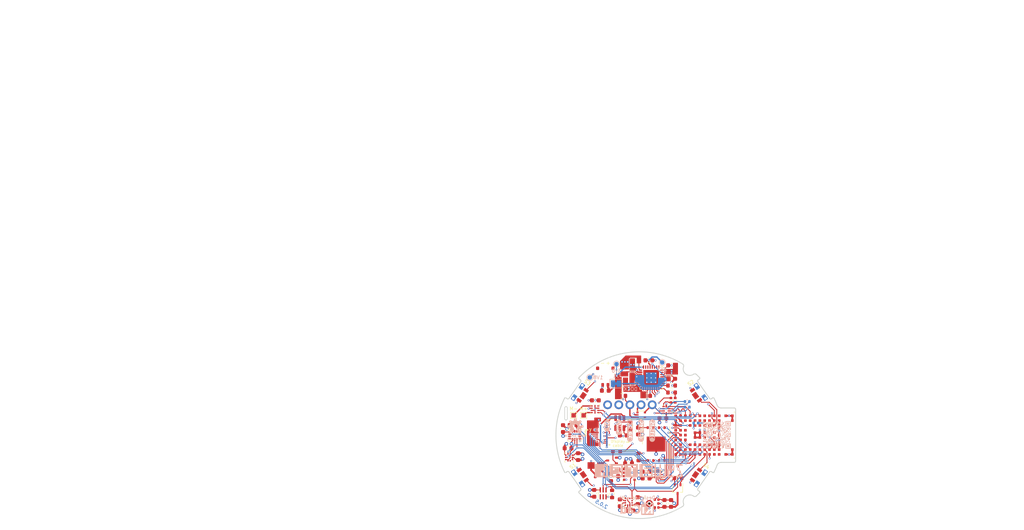
<source format=kicad_pcb>
(kicad_pcb (version 20221018) (generator pcbnew)
  (title_block (title "ZSWatch v2") (date "2023-10-29") (rev "5") (company "github.com/jakkra/ZSWatch-HW"))
  (layers (0 "F.Cu" signal) (1 "In1.Cu" power "Inner1") (2 "In2.Cu" power "Inner2") (31 "B.Cu" signal) (34 "B.Paste" user) (35 "F.Paste" user) (36 "B.SilkS" user "B.Silkscreen") (37 "F.SilkS" user "F.Silkscreen") (38 "B.Mask" user) (39 "F.Mask" user) (44 "Edge.Cuts" user))
  (net 0 "")
  (net 1 "VBUS")
  (net 2 "GND")
  (net 3 "+1V8")
  (net 4 "LEDK2")
  (net 5 "LEDK1")
  (net 6 "DISPLAY_EN")
  (net 7 "DISPLAY_BLK")
  (net 8 "DISPLAY_DATA")
  (net 9 "DISPLAY_CS")
  (net 10 "DRV_VIB_PWM")
  (net 11 "DISPLAY_DC")
  (net 12 "DRV_VIB_EN")
  (net 13 "DISPLAY_CLK")
  (net 14 "QSPI_CS")
  (net 15 "QSPI_IO1")
  (net 16 "QSPI_IO2")
  (net 17 "BTN_1")
  (net 18 "QSPI_CLK")
  (net 19 "BTN_4")
  (net 20 "BTN_2")
  (net 21 "BTN_3")
  (net 22 "TOUCH_RST")
  (net 23 "TOUCH_INT")
  (net 24 "TOUCH_SDA")
  (net 25 "DISPLAY_RST")
  (net 26 "TOUCH_SCL")
  (net 28 "Net-(IC5-C1)")
  (net 38 "RESETn")
  (net 39 "QSPI_IO0")
  (net 40 "QSPI_IO3")
  (net 41 "VSYS")
  (net 42 "+3V0")
  (net 44 "Net-(IC1-SW1)")
  (net 45 "Net-(IC1-SW2)")
  (net 50 "Net-(IC1-VSET2)")
  (net 51 "Net-(IC1-VSET1)")
  (net 52 "Net-(IC1-VBAT)")
  (net 67 "Net-(IC8-ISET)")
  (net 68 "MCU_SWDCLK")
  (net 70 "/MCU/VBUS-MCU")
  (net 71 "MCU_SWDIO")
  (net 72 "/MCU/SENSOR-SDA")
  (net 73 "/MCU/SENSOR-SCL")
  (net 76 "/MCU/LIS2MDL_INT")
  (net 77 "/MCU/VBAT")
  (net 78 "/MCU/VDD-Display")
  (net 79 "/MCU/PMIC-INT")
  (net 86 "/MCU/BMI270-INT2")
  (net 87 "/MCU/BMI270-INT1")
  (net 91 "Net-(BZ1-+)")
  (net 92 "Net-(Q1-B)")
  (net 93 "BUZZER")
  (net 94 "MCU_D_P")
  (net 95 "MCU_D_N")
  (net 96 "Net-(IC10-~{OE})")
  (net 97 "D-{slash}SWDIO")
  (net 98 "D+{slash}SWDCLK")
  (net 99 "SEL_SWD")
  (net 102 "Net-(IC11-B4)")
  (net 103 "Net-(IC11-B3)")
  (net 104 "Net-(IC11-B2)")
  (net 105 "Net-(IC11-B1)")
  (net 106 "Net-(IC12-OUT-)")
  (net 107 "Net-(IC12-OUT+)")
  (net 108 "Net-(MK1-VDD)")
  (net 109 "/MCU/MIC_SEL")
  (net 110 "/MCU/MIC_DATA")
  (net 111 "/MCU/MIC_BCLK")
  (net 112 "/MCU/MIC_EN")
  (footprint "Resistor_SMD:R_0402_1005Metric" (layer "F.Cu") (at 166.5732 104.7496 90)
    (fp_text reference "R10" hide)
    (fp_text value "0R" hide)
  )
  (footprint "Capacitor_SMD:C_0603_1608Metric" (layer "F.Cu") (at 151.61481 102.574 180)
    (fp_text reference "C3" hide)
    (fp_text value "2u2" hide)
  )
  (footprint "Knowles:SPH0645LM4H-6_3.5x2.65mm" (layer "F.Cu") (at 162.358 128.3 -90)
    (fp_text reference "MK1" hide)
    (fp_text value "SPH0645LM4H-B" hide)
  )
  (footprint "Capacitor_SMD:C_0603_1608Metric" (layer "F.Cu") (at 149.098 125.9715 -90)
    (fp_text reference "C12" hide)
    (fp_text value "100n" hide)
  )
  (footprint "Molex:78171-0002" (layer "F.Cu") (at 151.61481 99.374 180)
    (fp_text reference "X1" hide)
    (fp_text value "BATTERY" hide)
  )
  (footprint "Package_QFN:XQFN-12-1.7x2mm_P0.4mm" (layer "F.Cu") (at 163.6268 121.693 90)
    (fp_text reference "IC11" hide)
    (fp_text value "NTS0104GU12" hide)
  )
  (footprint "Package_DFN_QFN:QFN-32-1EP_5x5mm_P0.5mm_EP3.6x3.6mm_ThermalVias" (layer "F.Cu") (at 162.07419 99.658)
    (fp_text reference "IC1" hide)
    (fp_text value "nPM1300-QEXX" hide)
  )
  (footprint "Capacitor_SMD:C_0603_1608Metric" (layer "F.Cu") (at 144.272 110.4265 180)
    (fp_text reference "C11" hide)
    (fp_text value "100n" hide)
  )
  (footprint "Capacitor_SMD:C_0603_1608Metric" (layer "F.Cu") (at 155.702 112.776)
    (fp_text reference "C21" hide)
    (fp_text value "1u" hide)
  )
  (footprint "E-Switch:TL6340AF160Q_Modified" (layer "F.Cu") (at 145.37817 102.882285 -125)
    (fp_text reference "S3")
    (fp_text value "TL6340AF160Q" hide)
  )
  (footprint "Capacitor_SMD:C_0603_1608Metric" (layer "F.Cu") (at 143.129 115.697 180)
    (fp_text reference "C15" hide)
    (fp_text value "100n" hide)
  )
  (footprint "Capacitor_SMD:C_0603_1608Metric" (layer "F.Cu") (at 160.909 122.555 180)
    (fp_text reference "C26" hide)
    (fp_text value "100n" hide)
  )
  (footprint "Capacitor_SMD:C_0603_1608Metric" (layer "F.Cu") (at 159.1 111.775 -90)
    (fp_text reference "C22" hide)
    (fp_text value "100n" hide)
  )
  (footprint "Package_LGA:LGA-14_3x2.5mm_P0.5mm_LayoutBorder3x4y" (layer "F.Cu") (at 144.653 112.7385 180)
    (fp_text reference "IC3" hide)
    (fp_text value "BMI270" hide)
  )
  (footprint "Resistor_SMD:R_0603_1608Metric" (layer "F.Cu") (at 159.2 117.675 -90)
    (fp_text reference "R4" hide)
    (fp_text value "100k" hide)
  )
  (footprint "Resistor_SMD:R_0603_1608Metric" (layer "F.Cu") (at 155.385 103.759)
    (fp_text reference "R8" hide)
    (fp_text value "100k" hide)
  )
  (footprint "E-Switch:TL6340AF160Q_Modified" (layer "F.Cu") (at 173.355 102.87 125)
    (fp_text reference "S2")
    (fp_text value "TL6340AF160Q" hide)
  )
  (footprint "Resistor_SMD:R_0603_1608Metric" (layer "F.Cu") (at 168.2 122.5 180)
    (fp_text reference "R14" hide)
    (fp_text value "150k" hide)
  )
  (footprint "Capacitor_SMD:C_0603_1608Metric" (layer "F.Cu") (at 149.352 104.775)
    (fp_text reference "C28" hide)
    (fp_text value "100n" hide)
  )
  (footprint "Capacitor_SMD:C_0603_1608Metric" (layer "F.Cu") (at 165.1 128.275 -90)
    (fp_text reference "C23" hide)
    (fp_text value "1u" hide)
  )
  (footprint "Capacitor_SMD:C_0603_1608Metric" (layer "F.Cu") (at 166.6 128.275 -90)
    (fp_text reference "C24" hide)
    (fp_text value "200p" hide)
  )
  (footprint "Resistor_SMD:R_0402_1005Metric" (layer "F.Cu") (at 167.54781 104.7496 90)
    (fp_text reference "R13" hide)
    (fp_text value "0R" hide)
  )
  (footprint "Package_LGA_Kampi:Bosch_LGA-10_2x2mm_P0.5mm_ClockwisePinNumbering" (layer "F.Cu") (at 143.372 117.779)
    (fp_text reference "IC4" hide)
    (fp_text value "BMP581" hide)
  )
  (footprint "Package_LGA_Kampi:LGA-12_2x2mm_P0.5mm" (layer "F.Cu") (at 156.96 127.8885 -90)
    (fp_text reference "IC5" hide)
    (fp_text value "LIS2MDLTR" hide)
  )
  (footprint "Resistor_SMD:R_0603_1608Metric" (layer "F.Cu") (at 166.72281 102.997 180)
    (fp_text reference "R2" hide)
    (fp_text value "150k" hide)
  )
  (footprint "Capacitor_SMD:C_0603_1608Metric" (layer "F.Cu") (at 166.72781 96.804)
    (fp_text reference "C10" hide)
    (fp_text value "1u" hide)
  )
  (footprint "EastRising:ER-CON0.4-24P" (layer "F.Cu") (at 150.865056 112.719 90)
    (fp_text reference "X3" hide)
    (fp_text value "GC9A01A_CST816S" hide)
  )
  (footprint "Package_QFN:WQFN-10_2x2mm_P0.5mm" (layer "F.Cu") (at 149.268 106.819 180)
    (fp_text reference "IC12" hide)
    (fp_text value "DRV2603RUNT" hide)
  )
  (footprint "Package_SON:WSON-8-1EP_8x6mm_P1.27mm_EP3.4x4.3mm" (layer "F.Cu") (at 163.2 114.75 90)
    (fp_text reference "IC9" hide)
    (fp_text value "S25FS512SAGNFI010" hide)
  )
  (footprint "Capacitor_SMD:C_0603_1608Metric" (layer "F.Cu") (at 157.83781 101.236 -90)
    (fp_text reference "C6" hide)
    (fp_text value "10u" hide)
  )
  (footprint "Package_LGA_Kampi:Bosch_LGA-8_3x3mm_P0.8mm_ClockwisePinNumbering" (layer "F.Cu") (at 157.099 121.666 -90)
    (fp_text reference "IC6" hide)
    (fp_text value "BME688" hide)
  )
  (footprint "Inductor_SMD_Kampi:L_0806_2016" (layer "F.Cu") (at 155.42481 100.487)
    (fp_text reference "L1" hide)
    (fp_text value "2u2" hide)
  )
  (footprint "Capacitor_SMD:C_0603_1608Metric" (layer "F.Cu") (at 157.83781 98.201 90)
    (fp_text reference "C4" hide)
    (fp_text value "10u" hide)
  )
  (footprint "E-Switch:TL6340AF160Q_Modified" (layer "F.Cu") (at 145.415 122.555 -55)
    (fp_text reference "S1")
    (fp_text value "TL6340AF160Q" hide)
  )
  (footprint "Diode_SMD:D_SOD-323" (layer "F.Cu") (at 150.368 122.301)
    (fp_text reference "D1" hide)
    (fp_text value "BAS316" hide)
  )
  (footprint "Package_TO_SOT_SMD:SOT-323_SC-70" (layer "F.Cu") (at 153.146 118.491 180)
    (fp_text reference "Q1" hide)
    (fp_text value "BC817W" hide)
  )
  (footprint "Capacitor_SMD:C_0603_1608Metric" (layer "F.Cu") (at 158.496 95.758 180)
    (fp_text reference "C7" hide)
    (fp_text value "10u" hide)
  )
  (footprint "Capacitor_SMD:C_0603_1608Metric" (layer "F.Cu") (at 155.42481 102.265)
    (fp_text reference "C5" hide)
    (fp_text value "10u" hide)
  )
  (footprint "Capacitor_SMD:C_0603_1608Metric" (layer "F.Cu") (at 161.544 95.661)
    (fp_text reference "C8" hide)
    (fp_text value "10u" hide)
  )
  (footprint "Package_TO_SOT_SMD:TSOT-23-6" (layer "F.Cu") (at 154.918 109.969 90)
    (fp_text reference "IC8" hide)
    (fp_text value "FAN5622SX" hide)
  )
  (footprint "E-Switch:TL6340AF160Q_Modified" (layer "F.Cu") (at 173.355 122.555 55)
    (fp_text reference "S4")
    (fp_text value "TL6340AF160Q" hide)
  )
  (footprint "Resistor_SMD:R_0603_1608Metric" (layer "F.Cu") (at 153.162 126.111 -90)
    (fp_text reference "R5" hide)
    (fp_text value "4k7" hide)
  )
  (footprint "Capacitor_SMD:C_0603_1608Metric" (layer "F.Cu") (at 160.909 121.031 180)
    (fp_text reference "C27" hide)
    (fp_text value "100n" hide)
  )
  (footprint "Inductor_SMD_Kampi:L_0806_2016" (layer "F.Cu") (at 155.93281 97.947 -90)
    (fp_text reference "L2" hide)
    (fp_text value "2u2" hide)
  )
  (footprint "Capacitor_SMD:C_0603_1608Metric" (layer "F.Cu") (at 159.004 127.635 90)
    (fp_text reference "C17" hide)
    (fp_text value "10u" hide)
  )
  (footprint "TestPoint:TestPoint_Pad_1.0x1.0mm" (layer "F.Cu") (at 146.685 108.204)
    (fp_text reference "X4" hide)
    (fp_text value "M+")
  )
  (footprint "Capacitor_SMD:C_0603_1608Metric" (layer "F.Cu") (at 165.96581 99.09 90)
    (fp_text reference "C9" hide)
    (fp_text value "10u" hide)
  )
  (footprint "Capacitor_SMD:C_0603_1608Metric" (layer "F.Cu") (at 156.915122 119.126 180)
    (fp_text reference "C20" hide)
    (fp_text value "100n" hide)
  )
  (footprint "Capacitor_SMD:C_0603_1608Metric" (layer "F.Cu") (at 154.559 121.291 90)
    (fp_text reference "C18" hide)
    (fp_text value "100n" hide)
  )
  (footprint "Resistor_SMD:R_0603_1608Metric" (layer "F.Cu") (at 152.908 122.301 90)
    (fp_text reference "R6" hide)
    (fp_text value "4k7" hide)
  )
  (footprint "Capacitor_SMD:C_0603_1608Metric" (layer "F.Cu") (at 157.226 129.921 180)
    (fp_text reference "C19" hide)
    (fp_text value "100n" hide)
  )
  (footprint "Capacitor_SMD:C_0603_1608Metric" (layer "F.Cu") (at 154.94 128.1315 -90)
    (fp_text reference "C16" hide)
    (fp_text value "220n" hide)
  )
  (footprint "Package_TO_SOT_SMD:SOT-323_SC-70" (layer "F.Cu") (at 168.1 125 -90)
    (fp_text reference "Q3" hide)
    (fp_text value "DMG1013UW-7" hide)
  )
  (footprint "uBlox:NORA-B106" (layer "F.Cu") (at 174.568598 112.797802)
    (fp_text reference "M1" hide)
    (fp_text value "NORA-B106" hide)
  )
  (footprint "CUI Devices:CMT-322-65-SMT-TR" (layer "F.Cu") (at 149.479 119.634 90)
    (fp_text reference "BZ1" hide)
    (fp_text value "Buzzer" hide)
  )
  (footprint "Broadcom:Broadcom_DFN-6_2x2mm_P0.65mm" (layer "F.Cu") (at 151.13 125.984 -90)
    (fp_text reference "IC2" hide)
    (fp_text value "APDS-9306-065" hide)
  )
  (footprint "Resistor_SMD:R_0603_1608Metric" (layer "F.Cu") (at 154.178 116.459 180)
    (fp_text reference "R7" hide)
    (fp_text value "180R" hide)
  )
  (footprint "Capacitor_SMD:C_0603_1608Metric" (layer "F.Cu") (at 167.513 99.09 90)
    (fp_text reference "C1" hide)
    (fp_text value "1u" hide)
  )
  (footprint "Capacitor_SMD:C_0603_1608Metric" (layer "F.Cu") (at 161.04919 103.759 180)
    (fp_text reference "C2" hide)
    (fp_text value "100n" hide)
  )
  (footprint "Capacitor_SMD:C_0603_1608Metric" (layer "F.Cu") (at 141.986 111.2135 -90)
    (fp_text reference "C13" hide)
    (fp_text value "100n" hide)
  )
  (footprint "Resistor_SMD:R_0603_1608Metric" (layer "F.Cu") (at 166.72281 101.408 180)
    (fp_text reference "R1" hide)
    (fp_text value "47k" hide)
  )
  (footprint "Package_QFN:UQFN-10_1.55x2.05mm_P0.5mm" (layer "F.Cu") (at 165.516 106.946 180)
    (fp_text reference "IC10" hide)
    (fp_text value "TS3USB221A" hide)
  )
  (footprint "TestPoint:TestPoint_Pad_1.0x1.0mm" (layer "F.Cu") (at 144.399 108.204)
    (fp_text reference "X5" hide)
    (fp_text value "M-")
  )
  (footprint "Capacitor_SMD:C_0603_1608Metric" (layer "F.Cu") (at 164.7444 108.8644 180)
    (fp_text reference "C25" hide)
    (fp_text value "100n" hide)
  )
  (footprint "Resistor_SMD:R_0603_1608Metric" (layer "F.Cu") (at 157.353 110.554 90)
    (fp_text reference "R3" hide)
    (fp_text value "12k" hide)
  )
  (footprint "Package_TO_SOT_SMD:SOT-665" (layer "F.Cu") (at 159.8 108.1)
    (fp_text reference "IC7" hide)
    (fp_text value "ESDALC6V1W5" hide)
  )
  (footprint "Capacitor_SMD:C_0603_1608Metric" (layer "F.Cu") (at 145.415 117.602 90)
    (fp_text reference "C14" hide)
    (fp_text value "100n" hide)
  )
  (footprint "kibuzzard-65664307" (layer "B.Cu") (at 157.226 111.633 -90)
    (fp_text reference "kibuzzard-65664307" hide)
    (fp_text value "G***" hide)
  )
  (footprint "LOGO" (layer "B.Cu") (at 158.75 129.286 180)
    (fp_text reference "G***" hide)
    (fp_text value "LOGO" hide)
  )
  (footprint "project:QR-Code" (layer "B.Cu") (at 177.038 112.649 90)
    (fp_text reference "G***" hide)
    (fp_text value "LOGO" hide)
  )
  (footprint "Jumper:SolderJumper-2_P1.3mm_Bridged_Pad1.0x1.5mm" (layer "B.Cu") (at 154.051 100.965)
    (fp_text reference "J1")
    (fp_text value "~" hide)
  )
  (footprint "Pomagtor:RD90_LZH0230529-004_DJ-5PIN_PH2_54" (layer "B.Cu") (at 157.226 105.791 180)
    (fp_text reference "X2" hide)
    (fp_text value "DOCK")
  )
  (footprint "LOGO" (layer "B.Cu") (at 144.78 111.379 180)
    (fp_text reference "G***" hide)
    (fp_text value "LOGO" hide)
  )
  (footprint "kibuzzard-656642B5" (layer "B.Cu") (at 152.019 110.49 -90)
    (fp_text reference "kibuzzard-656642B5" hide)
    (fp_text value "G***" hide)
  )
  (footprint "TestPoint:TestPoint_Pad_D1.0mm" (layer "B.Cu") (at 164.592 96.139 180)
    (fp_text reference "TP1" hide)
    (fp_text value "3V3")
  )
  (footprint "LOGO" (layer "B.Cu") (at 159.258 120.777 180)
    (fp_text reference "G***" hide)
    (fp_text value "LOGO" hide)
  )
  (footprint "TestPoint:TestPoint_Pad_D1.0mm" (layer "B.Cu") (at 154.178 96.52 180)
    (fp_text reference "TP3" hide)
    (fp_text value "3V0")
  )
  (footprint "kibuzzard-65664337" (layer "B.Cu") (at 159.766 111.633 -90)
    (fp_text reference "kibuzzard-65664337" hide)
    (fp_text value "G***" hide)
  )
  (footprint "TestPoint:TestPoint_Pad_D1.0mm" (layer "B.Cu") (at 148.082 99.568 -90)
    (fp_text reference "TP2" hide)
    (fp_text value "1V8")
  )
  (footprint "kibuzzard-656642E4" (layer "B.Cu") (at 154.686 110.871 -90)
    (fp_text reference "kibuzzard-656642E4" hide)
    (fp_text value "G***" hide)
  )
  (footprint "Resistor_SMD:R_0402_1005Metric" (layer "B.Cu") (at 172.2628 109.947798)
    (fp_text reference "R9" hide)
    (fp_text value "0R" hide)
  )
  (footprint "kibuzzard-65664342" (layer "B.Cu") (at 162.306 111.633 -90)
    (fp_text reference "kibuzzard-65664342" hide)
    (fp_text value "G***" hide)
  )
  (footprint "Resistor_SMD:R_0402_1005Metric" (layer "B.Cu") (at 170.2816 105.0544 180)
    (fp_text reference "R11" hide)
    (fp_text value "0R" hide)
  )
  (footprint "Resistor_SMD:R_0402_1005Metric" (layer "B.Cu") (at 170.2816 106.3244 180)
    (fp_text reference "R12" hide)
    (fp_text value "0R" hide)
  )
  (gr_line (start 157.05 114.3) (end 156.796 114.427) (stroke (width 0.15)) (layer "F.SilkS"))
  (gr_line (start 157.05 114.3) (end 156.35 114.3) (stroke (width 0.15)) (layer "F.SilkS"))
  (gr_line (start 147.701 111.506) (end 147.447 111.633) (stroke (width 0.15)) (layer "F.SilkS"))
  (gr_line (start 147.701 111.506) (end 147.066 111.506) (stroke (width 0.15)) (layer "F.SilkS"))
  (gr_line (start 147.066 112.141) (end 147.066 111.506) (stroke (width 0.15)) (layer "F.SilkS"))
  (gr_line (start 157.05 114.3) (end 156.796 114.173) (stroke (width 0.15)) (layer "F.SilkS"))
  (gr_line (start 152.1 116.3) (end 152.7 116.3) (stroke (width 0.1)) (layer "F.SilkS"))
  (gr_line (start 156.3 109.1) (end 158.7 109.1) (stroke (width 0.1)) (layer "F.SilkS"))
  (gr_line (start 155.7 116.3) (end 158.3 116.3) (stroke (width 0.1)) (layer "F.SilkS"))
  (gr_line (start 147.066 112.141) (end 147.193 111.887) (stroke (width 0.15)) (layer "F.SilkS"))
  (gr_line (start 147.066 112.141) (end 146.939 111.887) (stroke (width 0.15)) (layer "F.SilkS"))
  (gr_line (start 147.701 111.506) (end 147.447 111.379) (stroke (width 0.15)) (layer "F.SilkS"))
  (gr_line (start 152.1 109.1) (end 153.4 109.1) (stroke (width 0.1)) (layer "F.SilkS"))
  (gr_line (start 175.385158 121.098176) (end 172.71802 124.907228) (stroke (width 0.2)) (layer "Edge.Cuts"))
  (gr_line (start 143.344842 104.339824) (end 146.01198 100.530772) (stroke (width 0.2)) (layer "Edge.Cuts"))
  (gr_line (start 176.000259 121.162643) (end 175.802976 121.024504) (stroke (width 0.2)) (layer "Edge.Cuts"))
  (gr_arc (start 146.01198 124.907228) (mid 146.061677 125.131395) (end 145.938308 125.325047) (stroke (width 0.2)) (layer "Edge.Cuts"))
  (gr_arc (start 176.389789 121.154553) (mid 176.260057 121.259552) (end 176.095865 121.229588) (stroke (width 0.2)) (layer "Edge.Cuts"))
  (gr_line (start 145.741026 99.974814) (end 145.645419 99.90787) (stroke (width 0.2)) (layer "Edge.Cuts"))
  (gr_line (start 172.988974 125.463186) (end 173.084581 125.53013) (stroke (width 0.2)) (layer "Edge.Cuts"))
  (gr_line (start 142.662844 109.259123) (end 142.662844 109.259123) (stroke (width 0.15)) (layer "Edge.Cuts"))
  (gr_arc (start 145.615403 99.606008) (mid 156.884244 93.881595) (end 169.250904 96.493376) (stroke (width 0.2)) (layer "Edge.Cuts"))
  (gr_arc (start 173.084581 125.53013) (mid 173.168928 125.674181) (end 173.114597 125.831992) (stroke (width 0.2)) (layer "Edge.Cuts"))
  (gr_arc (start 169.250904 96.493376) (mid 169.462371 96.754319) (end 169.461025 97.09019) (stroke (width 0.2)) (layer "Edge.Cuts"))
  (gr_arc (start 142.340211 104.283447) (mid 142.469948 104.178457) (end 142.634135 104.208412) (stroke (width 0.2)) (layer "Edge.Cuts"))
  (gr_arc (start 169.461025 128.34781) (mid 169.963421 126.644714) (end 171.738816 126.614255) (stroke (width 0.2)) (layer "Edge.Cuts"))
  (gr_line (start 172.370041 98.867254) (end 173.114597 99.606008) (stroke (width 0.2)) (layer "Edge.Cuts"))
  (gr_line (start 142.662844 106.211123) (end 142.662844 106.211123) (stroke (width 0.15)) (layer "Edge.Cuts"))
  (gr_line (start 178.024102 106.519) (end 181.025011 106.519) (stroke (width 0.2)) (layer "Edge.Cuts"))
  (gr_line (start 176.000259 104.275357) (end 176.095865 104.208412) (stroke (width 0.2)) (layer "Edge.Cuts"))
  (gr_arc (start 169.250904 128.944624) (mid 156.884244 131.556405) (end 145.615403 125.831992) (stroke (width 0.2)) (layer "Edge.Cuts"))
  (gr_line (start 181.325011 106.819) (end 181.325011 118.619) (stroke (width 0.2)) (layer "Edge.Cuts"))
  (gr_line (start 176.095865 121.229588) (end 176.000259 121.162643) (stroke (width 0.2)) (layer "Edge.Cuts"))
  (gr_line (start 142.362844 108.959123) (end 142.362844 106.511123) (stroke (width 0.15)) (layer "Edge.Cuts"))
  (gr_arc (start 176.095865 104.208412) (mid 176.26006 104.178436) (end 176.389789 104.283447) (stroke (width 0.2)) (layer "Edge.Cuts"))
  (gr_arc (start 142.634135 121.229588) (mid 142.469948 121.259543) (end 142.340211 121.154553) (stroke (width 0.2)) (layer "Edge.Cuts"))
  (gr_arc (start 172.791692 125.325047) (mid 172.668336 125.131394) (end 172.71802 124.907228) (stroke (width 0.2)) (layer "Edge.Cuts"))
  (gr_arc (start 142.662844 109.259123) (mid 142.450713 109.171265) (end 142.362844 108.959123) (stroke (width 0.15)) (layer "Edge.Cuts"))
  (gr_line (start 145.645419 125.53013) (end 145.741026 125.463186) (stroke (width 0.2)) (layer "Edge.Cuts"))
  (gr_line (start 142.962844 106.511123) (end 142.962844 108.959123) (stroke (width 0.15)) (layer "Edge.Cuts"))
  (gr_line (start 175.802976 104.413496) (end 176.000259 104.275357) (stroke (width 0.2)) (layer "Edge.Cuts"))
  (gr_line (start 181.025011 118.919) (end 178.024102 118.919) (stroke (width 0.2)) (layer "Edge.Cuts"))
  (gr_arc (start 175.802976 104.413496) (mid 175.578809 104.463203) (end 175.385158 104.339824) (stroke (width 0.2)) (layer "Edge.Cuts"))
  (gr_arc (start 172.71802 100.530772) (mid 172.66833 100.306604) (end 172.791692 100.112953) (stroke (width 0.2)) (layer "Edge.Cuts"))
  (gr_line (start 142.634135 104.208412) (end 142.729741 104.275357) (stroke (width 0.2)) (layer "Edge.Cuts"))
  (gr_arc (start 172.370041 126.570746) (mid 172.062185 126.705039) (end 171.738816 126.614255) (stroke (width 0.2)) (layer "Edge.Cuts"))
  (gr_arc (start 142.962844 108.959123) (mid 142.875 109.171284) (end 142.662844 109.259123) (stroke (width 0.15)) (layer "Edge.Cuts"))
  (gr_line (start 172.988974 99.974814) (end 172.791692 100.112953) (stroke (width 0.2)) (layer "Edge.Cuts"))
  (gr_arc (start 173.114597 99.606008) (mid 173.168864 99.763812) (end 173.084581 99.90787) (stroke (width 0.2)) (layer "Edge.Cuts"))
  (gr_line (start 173.084581 99.90787) (end 172.988974 99.974814) (stroke (width 0.2)) (layer "Edge.Cuts"))
  (gr_arc (start 142.662844 106.211123) (mid 142.874977 106.299001) (end 142.962844 106.511123) (stroke (width 0.15)) (layer "Edge.Cuts"))
  (gr_arc (start 181.325011 118.619) (mid 181.237144 118.831136) (end 181.025011 118.919) (stroke (width 0.2)) (layer "Edge.Cuts"))
  (gr_line (start 172.71802 100.530772) (end 175.385158 104.339824) (stroke (width 0.2)) (layer "Edge.Cuts"))
  (gr_line (start 173.114597 125.831992) (end 172.370041 126.570746) (stroke (width 0.2)) (layer "Edge.Cuts"))
  (gr_arc (start 178.024102 106.519) (mid 177.458415 106.343622) (end 177.091149 105.878999) (stroke (width 0.2)) (layer "Edge.Cuts"))
  (gr_line (start 142.927024 121.024504) (end 142.729741 121.162643) (stroke (width 0.2)) (layer "Edge.Cuts"))
  (gr_arc (start 142.362844 106.511123) (mid 142.450736 106.29902) (end 142.662844 106.211123) (stroke (width 0.15)) (layer "Edge.Cuts"))
  (gr_line (start 142.729741 104.275357) (end 142.927024 104.413496) (stroke (width 0.2)) (layer "Edge.Cuts"))
  (gr_arc (start 142.927024 121.024504) (mid 143.151191 120.974807) (end 143.344842 121.098176) (stroke (width 0.2)) (layer "Edge.Cuts"))
  (gr_arc (start 145.615403 125.831992) (mid 145.561116 125.67417) (end 145.645419 125.53013) (stroke (width 0.2)) (layer "Edge.Cuts"))
  (gr_arc (start 181.025011 106.519) (mid 181.237136 106.606872) (end 181.325011 106.819) (stroke (width 0.2)) (layer "Edge.Cuts"))
  (gr_arc (start 171.738816 98.823745) (mid 172.062185 98.732963) (end 172.370041 98.867254) (stroke (width 0.2)) (layer "Edge.Cuts"))
  (gr_arc (start 177.091149 119.559001) (mid 176.758774 120.364823) (end 176.389789 121.154553) (stroke (width 0.2)) (layer "Edge.Cuts"))
  (gr_line (start 172.791692 125.325047) (end 172.988974 125.463186) (stroke (width 0.2)) (layer "Edge.Cuts"))
  (gr_arc (start 177.091149 119.559001) (mid 177.458416 119.09438) (end 178.024102 118.919) (stroke (width 0.2)) (layer "Edge.Cuts"))
  (gr_line (start 146.01198 124.907228) (end 143.344842 121.098176) (stroke (width 0.2)) (layer "Edge.Cuts"))
  (gr_arc (start 176.389789 104.283447) (mid 176.758774 105.073177) (end 177.091149 105.878999) (stroke (width 0.2)) (layer "Edge.Cuts"))
  (gr_line (start 145.741026 125.463186) (end 145.938308 125.325047) (stroke (width 0.2)) (layer "Edge.Cuts"))
  (gr_arc (start 143.344842 104.339824) (mid 143.151191 104.463193) (end 142.927024 104.413496) (stroke (width 0.2)) (layer "Edge.Cuts"))
  (gr_arc (start 145.938308 100.112953) (mid 146.061677 100.306605) (end 146.01198 100.530772) (stroke (width 0.2)) (layer "Edge.Cuts"))
  (gr_arc (start 175.385158 121.098176) (mid 175.578807 120.974789) (end 175.802976 121.024504) (stroke (width 0.2)) (layer "Edge.Cuts"))
  (gr_arc (start 169.461025 128.34781) (mid 169.462355 128.683662) (end 169.250904 128.944624) (stroke (width 0.2)) (layer "Edge.Cuts"))
  (gr_line (start 145.938308 100.112953) (end 145.741026 99.974814) (stroke (width 0.2)) (layer "Edge.Cuts"))
  (gr_arc (start 145.645419 99.90787) (mid 145.561116 99.763829) (end 145.615403 99.606008) (stroke (width 0.2)) (layer "Edge.Cuts"))
  (gr_arc (start 142.340211 121.154553) (mid 140.364948 112.719) (end 142.340211 104.283447) (stroke (width 0.2)) (layer "Edge.Cuts"))
  (gr_arc (start 171.738816 98.823745) (mid 169.963415 98.793293) (end 169.461025 97.09019) (stroke (width 0.2)) (layer "Edge.Cuts"))
  (gr_line (start 142.729741 121.162643) (end 142.634135 121.229588) (stroke (width 0.2)) (layer "Edge.Cuts"))
  (gr_text "2.0.${REVISION}" (at 151.892 129.667 330) (layer "B.Cu") (effects (font (size 0.8 0.8) (thickness 0.12)) (justify left bottom mirror)))
  (gr_text "Designed with" (at 154.559 127) (layer "B.SilkS") (effects (font (size 0.8 0.8) (thickness 0.12)) (justify right mirror)))
  (gr_text "+" (at 152.273 96.266) (layer "F.SilkS") (effects (font (size 0.8 0.8) (thickness 0.12))))
  (gr_text "y" (at 147.828 111.8235) (layer "F.SilkS") (effects (font (size 0.8 0.8) (thickness 0.12)) (justify left bottom)))
  (gr_text "-" (at 151.003 96.266) (layer "F.SilkS") (effects (font (size 0.8 0.8) (thickness 0.12))))
  (gr_text "Display\ncable" (at 154.5 114.6) (layer "F.SilkS") (effects (font (size 0.6 0.6) (thickness 0.09))))
  (gr_text "x" (at 146.685 112.9665) (layer "F.SilkS") (effects (font (size 0.8 0.8) (thickness 0.12)) (justify left bottom)))
  (segment (start 165.006 99.408) (end 165.224 99.19) (width 0.2) (layer "F.Cu") (net 1))
  (segment (start 164.52419 99.408) (end 165.006 99.408) (width 0.2) (layer "F.Cu") (net 1))
  (segment (start 165.224 99.19) (end 166.838 99.19) (width 0.2) (layer "F.Cu") (net 1))
  (segment (start 167.513 99.865) (end 166.667 100.711) (width 0.4) (layer "F.Cu") (net 1))
  (segment (start 166.838 99.19) (end 167.513 99.865) (width 0.2) (layer "F.Cu") (net 1))
  (via (at 166.667 100.711) (size 0.45) (drill 0.25) (layers "F.Cu" "B.Cu") (net 1))
  (segment (start 177.568603 112.697798) (end 177.568603 113.792) (width 0.4) (layer "F.Cu") (net 2))
  (segment (start 177.568603 110.518996) (end 177.568603 111.671941) (width 0.4) (layer "F.Cu") (net 2))
  (segment (start 149.3895 104.762) (end 150.114 104.762) (width 0.4) (layer "F.Cu") (net 2))
  (segment (start 170.970629 123.472629) (end 171.487095 122.956163) (width 0.2) (layer "F.Cu") (net 2))
  (segment (start 154.559 120.516) (end 155.309 121.266) (width 0.2) (layer "F.Cu") (net 2))
  (segment (start 144.653 111.826) (end 144.153 111.826) (width 0.2) (layer "F.Cu") (net 2))
  (segment (start 169.321902 109.951098) (end 168.768601 109.397797) (width 0.3) (layer "F.Cu") (net 2))
  (segment (start 156.21 128.135) (end 155.7115 128.135) (width 0.2) (layer "F.Cu") (net 2))
  (segment (start 153.55 120.516) (end 154.559 120.516) (width 0.4) (layer "F.Cu") (net 2))
  (segment (start 157.690122 119.869622) (end 158.2865 120.466) (width 0.2) (layer "F.Cu") (net 2))
  (segment (start 157.690122 119.126) (end 157.690122 119.869622) (width 0.2) (layer "F.Cu") (net 2))
  (segment (start 177.568603 113.792) (end 177.568603 114.897799) (width 0.4) (layer "F.Cu") (net 2))
  (segment (start 154.918 112.767) (end 154.927 112.776) (width 0.3) (layer "F.Cu") (net 2))
  (segment (start 146.431 118.11) (end 146.164 118.377) (width 0.4) (layer "F.Cu") (net 2))
  (segment (start 155.309 121.266) (end 155.9115 121.266) (width 0.2) (layer "F.Cu") (net 2))
  (segment (start 167.6686 108.322539) (end 168.765056 109.418995) (width 0.3) (layer "F.Cu") (net 2))
  (segment (start 150.88281 101.854) (end 150.876 101.854) (width 0.4) (layer "F.Cu") (net 2))
  (segment (start 149.225 111.506) (end 149.412 111.319) (width 0.2) (layer "F.Cu") (net 2))
  (segment (start 151.257 113.919) (end 151.457 113.719) (width 0.2) (layer "F.Cu") (net 2))
  (segment (start 152.273 126.7715) (end 151.78 126.7715) (width 0.2) (layer "F.Cu") (net 2))
  (segment (start 155.054 112.903) (end 154.927 112.776) (width 0.3) (layer "F.Cu") (net 2))
  (segment (start 167.54781 101.408) (end 166.878 101.408) (width 0.2) (layer "F.Cu") (net 2))
  (segment (start 161.656 128.924) (end 161.656 129.363) (width 0.2) (layer "F.Cu") (net 2))
  (segment (start 167.6686 108.297797) (end 167.6686 108.322539) (width 0.2) (layer "F.Cu") (net 2))
  (segment (start 172.0686 113.2478) (end 173.1686 113.2478) (width 0.4) (layer "F.Cu") (net 2))
  (segment (start 154.93 128.9165) (end 154.94 128.9065) (width 0.2) (layer "F.Cu") (net 2))
  (segment (start 180.5686 117.0978) (end 179.832 117.0978) (width 0.4) (layer "F.Cu") (net 2))
  (segment (start 156.391199 122.866) (end 155.9115 122.866) (width 0.2) (layer "F.Cu") (net 2))
  (segment (start 160.1 112.55) (end 159.1 112.55) (width 0.4) (layer "F.Cu") (net 2))
  (segment (start 157.353 110.554) (end 157.353 111.379) (width 0.2) (layer "F.Cu") (net 2))
  (segment (start 150.83981 101.897) (end 150.83981 102.574) (width 0.4) (layer "F.Cu") (net 2))
  (segment (start 167.337701 128.173701) (end 166.651 127.487) (width 0.4) (layer "F.Cu") (net 2))
  (segment (start 145.161 120.142) (end 145.161 120.146647) (width 0.2) (layer "F.Cu") (net 2))
  (segment (start 149.268 107.569) (end 149.268 106.807) (width 0.2) (layer "F.Cu") (net 2))
  (segment (start 157.353 118.11) (end 157.690122 118.447122) (width 0.4) (layer "F.Cu") (net 2))
  (segment (start 145.8155 114.046) (end 145.8075 114.038) (width 0.2) (layer "F.Cu") (net 2))
  (segment (start 157.226 130.683) (end 157.2 130.683) (width 0.4) (layer "F.Cu") (net 2))
  (segment (start 144.1345 117.779) (end 144.35525 117.779) (width 0.2) (layer "F.Cu") (net 2))
  (segment (start 142.8475 111.3) (end 143.497 110.6505) (width 0.4) (layer "F.Cu") (net 2))
  (segment (start 165.1 127.5) (end 166.6 127.5) (width 0.2) (layer "F.Cu") (net 2))
  (segment (start 159.258 122.555) (end 160.134 122.555) (width 0.4) (layer "F.Cu") (net 2))
  (segment (start 151.457 114.119) (end 151.960056 114.119) (width 0.2) (layer "F.Cu") (net 2))
  (segment (start 165.1 127.5) (end 164.492 127.5) (width 0.2) (layer "F.Cu") (net 2))
  (segment (start 142.597 117.279) (end 142.354 117.036) (width 0.2) (layer "F.Cu") (net 2))
  (segment (start 179.832 108.2978) (end 180.5686 108.2978) (width 0.4) (layer "F.Cu") (net 2))
  (segment (start 148.3365 126.7465) (end 149.098 126.7465) (width 0.4) (layer "F.Cu") (net 2))
  (segment (start 164.354 127.362) (end 163.73 127.362) (width 0.2) (layer "F.Cu") (net 2))
  (segment (start 142.8475 111.3) (end 141.986 110.4385) (width 0.4) (layer "F.Cu") (net 2))
  (segment (start 149.006 107.069) (end 149.268 106.807) (width 0.2) (layer "F.Cu") (net 2))
  (segment (start 177.568603 110.518996) (end 177.568603 109.418995) (width 0.4) (layer "F.Cu") (net 2))
  (segment (start 156.7225 129.0275) (end 156.7225 128.6475) (width 0.2) (layer "F.Cu") (net 2))
  (segment (start 155.6775 112.903) (end 155.054 112.903) (width 0.3) (layer "F.Cu") (net 2))
  (segment (start 142.354 117.036) (end 142.354 115.697) (width 0.2) (layer "F.Cu") (net 2))
  (segment (start 143.497 110.6505) (end 143.497 110.4265) (width 0.4) (layer "F.Cu") (net 2))
  (segment (start 154.918 111.1065) (end 154.918 112.767) (width 0.3) (layer "F.Cu") (net 2))
  (segment (start 156.451 129.299) (end 156.7225 129.0275) (width 0.2) (layer "F.Cu") (net 2))
  (segment (start 145.161 120.146647) (end 145.676891 120.662538) (width 0.2) (layer "F.Cu") (net 2))
  (segment (start 148.518 107.069) (end 149.006 107.069) (width 0.2) (layer "F.Cu") (net 2))
  (segment (start 180.5686 115.997802) (end 180.5686 117.0978) (width 0.4) (layer "F.Cu") (net 2))
  (segment (start 150.018 106.569) (end 149.506 106.569) (width 0.2) (layer "F.Cu") (net 2))
  (segment (start 155.7115 128.135) (end 154.94 128.9065) (width 0.2) (layer "F.Cu") (net 2))
  (segment (start 151.457 113.719) (end 151.960056 113.719) (width 0.2) (layer "F.Cu") (net 2))
  (segment (start 163.2 117) (end 163.2 114.75) (width 0.4) (layer "F.Cu") (net 2))
  (segment (start 158.4 108.1) (end 158.7125 108.1) (width 0.3) (layer "F.Cu") (net 2))
  (segment (start 146.164 118.377) (end 145.415 118.377) (width 0.4) (layer "F.Cu") (net 2))
  (segment (start 163.068 95.661) (end 162.319 95.661) (width 0.4) (layer "F.Cu") (net 2))
  (segment (start 166.878 102.997) (end 167.54781 102.997) (width 0.2) (layer "F.Cu") (net 2))
  (segment (start 172.0686 112.147802) (end 173.1686 112.147802) (width 0.4) (layer "F.Cu") (net 2))
  (segment (start 157.2 130.683) (end 156.451 129.934) (width 0.4) (layer "F.Cu") (net 2))
  (segment (start 144.153 111.0825) (end 143.497 110.4265) (width 0.2) (layer "F.Cu") (net 2))
  (segment (start 167.6686 117.097799) (end 168.7686 115.997799) (width 0.4) (layer "F.Cu") (net 2))
  (segment (start 167.6686 117.0978) (end 167.6686 117.729) (width 0.4) (layer "F.Cu") (net 2))
  (segment (start 177.568603 114.918997) (end 177.568603 116.018997) (width 0.4) (layer "F.Cu") (net 2))
  (segment (start 173.1686 113.2478) (end 173.1686 112.147802) (width 0.4) (layer "F.Cu") (net 2))
  (segment (start 159.258 121.031) (end 160.134 121.031) (width 0.4) (layer "F.Cu") (net 2))
  (segment (start 167.6686 117.0978) (end 167.6686 117.097799) (width 0.4) (layer "F.Cu") (net 2))
  (segment (start 167.54781 104.2396) (end 167.54781 102.997) (width 0.2) (layer "F.Cu") (net 2))
  (segment (start 144.153 111.826) (end 144.153 111.0825) (width 0.2) (layer "F.Cu") (net 2))
  (segment (start 177.568603 111.671941) (end 177.568603 112.697798) (width 0.4) (layer "F.Cu") (net 2))
  (segment (start 151.257 113.919) (end 151.457 114.119) (width 0.2) (layer "F.Cu") (net 2))
  (segment (start 164.492 127.5) (end 164.354 127.362) (width 0.2) (layer "F.Cu") (net 2))
  (segment (start 179.0686 108.2978) (end 179.832 108.2978) (width 0.4) (layer "F.Cu") (net 2))
  (segment (start 180.565056 109.418998) (end 180.565056 108.318998) (width 0.4) (layer "F.Cu") (net 2))
  (segment (start 167.337701 128.237701) (end 167.337701 128.173701) (width 0.4) (layer "F.Cu") (net 2))
  (segment (start 150.876 101.854) (end 150.876 101.86081) (width 0.4) (layer "F.Cu") (net 2))
  (segment (start 150.876 101.86081) (end 150.83981 101.897) (width 0.4) (layer "F.Cu") (net 2))
  (segment (start 159.9438 127.167697) (end 159.636103 126.86) (width 0.4) (layer "F.Cu") (net 2))
  (segment (start 149.506 106.569) (end 149.268 106.807) (width 0.2) (layer "F.Cu") (net 2))
  (segment (start 145.8075 114.038) (end 145.8075 113.4885) (width 0.2) (layer "F.Cu") (net 2))
  (segment (start 145.034 105.380808) (end 145.640061 104.774747) (width 0.2) (layer "F.Cu") (net 2))
  (segment (start 156.451 129.921) (end 156.451 129.299) (width 0.2) (layer "F.Cu") (net 2))
  (segment (start 170.999258 101.981) (end 171.487095 102.468837) (width 0.2) (layer "F.Cu") (net 2))
  (segment (start 165.105 117.705) (end 164.8 117.4) (width 0.3) (layer "F.Cu") (net 2))
  (segment (start 173.1686 112.147802) (end 173.1686 111.506) (width 0.4) (layer "F.Cu") (net 2))
  (segment (start 163.9694 109.8296) (end 163.9694 108.8644) (width 0.4) (layer "F.Cu") (net 2))
  (segment (start 154.93 129.794) (end 154.93 128.9165) (width 0.4) (layer "F.Cu") (net 2))
  (segment (start 149.412 111.319) (end 149.770056 111.319) (width 0.2) (layer "F.Cu") (net 2))
  (segment (start 164.973 121.693) (end 164.4268 121.693) (width 0.2) (layer "F.Cu") (net 2))
  (segment (start 157.690122 118.447122) (end 157.690122 119.126) (width 0.4) (layer "F.Cu") (net 2))
  (segment (start 149.438 111.719) (end 149.770056 111.719) (width 0.2) (layer "F.Cu") (net 2))
  (segment (start 144.147 118.279) (end 144.147 117.779) (width 0.2) (layer "F.Cu") (net 2))
  (segment (start 149.225 111.506) (end 149.438 111.719) (width 0.2) (layer "F.Cu") (net 2))
  (segment (start 158.1 107.8) (end 158.4 108.1) (width 0.3) (layer "F.Cu") (net 2))
  (segment (start 165.105 118.5) (end 165.105 117.705) (width 0.3) (layer "F.Cu") (net 2))
  (segment (start 150.114 104.762) (end 150.127 104.775) (width 0.5) (layer "F.Cu") (net 2))
  (segment (start 144.95325 118.377) (end 145.415 118.377) (width 0.2) (layer "F.Cu") (net 2))
  (segment (start 147.955 126.365) (end 148.3365 126.7465) (width 0.4) (layer "F.Cu") (net 2))
  (segment (start 172.0686 113.2478) (end 172.0686 112.147802) (width 0.4) (layer "F.Cu") (net 2))
  (segment (start 151.01481 101.249) (end 151.01481 101.722) (width 0.4) (layer "F.Cu") (net 2))
  (segment (start 144.35525 117.779) (end 144.95325 118.377) (width 0.2) (layer "F.Cu") (net 2))
  (segment (start 159.636103 126.86) (end 159.017 126.86) (width 0.4) (layer "F.Cu") (net 2))
  (segment (start 142.748 114.694) (end 142.354 115.088) (width 0.4) (layer "F.Cu") (net 2))
  (segment (start 149.268 106.069) (end 149.268 106.807) (width 0.2) (layer "F.Cu") (net 2))
  (segment (start 154.925 117.841) (end 154.146 117.841) (width 0.4) (layer "F.Cu") (net 2))
  (segment (start 151.01481 101.722) (end 150.88281 101.854) (width 0.4) (layer "F.Cu") (net 2))
  (segment (start 165.516 106.096) (end 165.516 105.549) (width 0.2) (layer "F.Cu") (net 2))
  (segment (start 142.354 115.088) (end 142.354 115.697) (width 0.4) (layer "F.Cu") (net 2))
  (segment (start 168.768601 109.397797) (end 168.7686 109.397797) (width 0.3) (layer "F.Cu") (net 2))
  (segment (start 179.0686 117.0978) (end 179.832 117.0978) (width 0.4) (layer "F.Cu") (net 2))
  (via (at 157.353 118.11) (size 0.8) (drill 0.4) (layers "F.Cu" "B.Cu") (net 2))
  (via (at 157.226 130.683) (size 0.8) (drill 0.4) (layers "F.Cu" "B.Cu") (net 2))
  (via (at 145.8155 114.046) (size 0.45) (drill 0.25) (layers "F.Cu" "B.Cu") (net 2))
  (via (at 151.257 113.919) (size 0.45) (drill 0.25) (layers "F.Cu" "B.Cu") (net 2))
  (via (at 166.72019 98.044) (size 0.45) (drill 0.25) (layers "F.Cu" "B.Cu") (net 2))
  (via (at 167.6686 117.729) (size 0.45) (drill 0.25) (layers "F.Cu" "B.Cu") (net 2))
  (via (at 161.656 129.363) (size 0.45) (drill 0.25) (layers "F.Cu" "B.Cu") (net 2))
  (via (at 177.568603 111.671941) (size 0.45) (drill 0.25) (layers "F.Cu" "B.Cu") (net 2))
  (via (at 156.391199 122.866) (size 0.45) (drill 0.25) (layers "F.Cu" "B.Cu") (net 2))
  (via (at 142.8475 111.3) (size 0.8) (drill 0.4) (layers "F.Cu" "B.Cu") (net 2))
  (via (at 158.75 97.891) (size 0.45) (drill 0.25) (layers "F.Cu" "B.Cu") (net 2))
  (via (at 156.972 101.854) (size 0.45) (drill 0.25) (layers "F.Cu" "B.Cu") (net 2))
  (via (at 149.225 111.506) (size 0.45) (drill 0.25) (layers "F.Cu" "B.Cu") (net 2))
  (via (at 163.068 95.661) (size 0.45) (drill 0.25) (layers "F.Cu" "B.Cu") (net 2))
  (via (at 164.8 117.4) (size 0.8) (drill 0.4) (layers "F.Cu" "B.Cu") (net 2))
  (via (at 154.93 129.794) (size 0.8) (drill 0.4) (layers "F.Cu" "B.Cu") (net 2))
  (via (at 150.876 101.854) (size 0.45) (drill 0.25) (layers "F.Cu" "B.Cu") (net 2))
  (via (at 146.431 118.11) (size 0.8) (drill 0.4) (layers "F.Cu" "B.Cu") (net 2))
  (via (at 166.878 101.408) (size 0.45) (drill 0.25) (layers "F.Cu" "B.Cu") (net 2))
  (via (at 160.1 112.55) (size 0.8) (drill 0.4) (layers "F.Cu" "B.Cu") (net 2))
  (via (at 149.268 106.807) (size 0.45) (drill 0.25) (layers "F.Cu" "B.Cu") (net 2))
  (via (at 157.48 96.647) (size 0.45) (drill 0.25) (layers "F.Cu" "B.Cu") (net 2))
  (via (at 179.832 108.2978) (size 0.45) (drill 0.25) (layers "F.Cu" "B.Cu") (net 2))
  (via (at 163.2 117) (size 0.8) (drill 0.4) (layers "F.Cu" "B.Cu") (net 2))
  (via (at 153.55 120.516) (size 0.8) (drill 0.4) (layers "F.Cu" "B.Cu") (net 2))
  (via (at 166.72019 98.552) (size 0.45) (drill 0.25) (layers "F.Cu" "B.Cu") (net 2))
  (via (at 154.925 117.841) (size 0.8) (drill 0.4) (layers "F.Cu" "B.Cu") (net 2))
  (via (at 142.748 114.694) (size 0.8) (drill 0.4) (layers "F.Cu" "B.Cu") (net 2))
  (via (at 170.999258 101.981) (size 0.45) (drill 0.25) (layers "F.Cu" "B.Cu") (net 2))
  (via (at 165.516 105.549) (size 0.45) (drill 0.25) (layers "F.Cu" "B.Cu") (net 2))
  (via (at 177.568603 113.792) (size 0.45) (drill 0.25) (layers "F.Cu" "B.Cu") (net 2))
  (via (at 159.258 121.031) (size 0.8) (drill 0.4) (layers "F.Cu" "B.Cu") (net 2))
  (via (at 145.034 105.380808) (size 0.45) (drill 0.25) (layers "F.Cu" "B.Cu") (net 2))
  (via (at 166.878 102.997) (size 0.45) (drill 0.25) (layers "F.Cu" "B.Cu") (net 2))
  (via (at 159.258 122.555) (size 0.8) (drill 0.4) (layers "F.Cu" "B.Cu") (net 2))
  (via (at 147.955 126.365) (size 0.8) (drill 0.4) (layers "F.Cu" "B.Cu") (net 2))
  (via (at 157.353 110.554) (size 0.45) (drill 0.25) (layers "F.Cu" "B.Cu") (net 2))
  (via (at 156.972 102.362) (size 0.45) (drill 0.25) (layers "F.Cu" "B.Cu") (net 2))
  (via (at 169.321902 109.951098) (size 0.45) (drill 0.25) (layers "F.Cu" "B.Cu") (net 2))
  (via (at 152.273 126.7715) (size 0.45) (drill 0.25) (layers "F.Cu" "B.Cu") (net 2))
  (via (at 173.1686 111.506) (size 0.45) (drill 0.25) (layers "F.Cu" "B.Cu") (net 2))
  (via (at 158.115 96.647) (size 0.45) (drill 0.25) (layers "F.Cu" "B.Cu") (net 2))
  (via (at 167.337701 128.237701) (size 0.8) (drill 0.4) (layers "F.Cu" "B.Cu") (net 2))
  (via (at 149.3895 104.762) (size 0.45) (drill 0.25) (layers "F.Cu" "B.Cu") (net 2))
  (via (at 163.9694 109.8296) (size 0.8) (drill 0.4) (layers "F.Cu" "B.Cu") (net 2))
  (via (at 145.161 120.142) (size 0.45) (drill 0.25) (layers "F.Cu" "B.Cu") (net 2))
  (via (at 158.1 107.8) (size 0.45) (drill 0.25) (layers "F.Cu" "B.Cu") (net 2))
  (via (at 155.6775 112.903) (size 0.45) (drill 0.25) (layers "F.Cu" "B.Cu") (net 2))
  (via (at 159.9438 127.167697) (size 0.8) (drill 0.4) (layers "F.Cu" "B.Cu") (net 2))
  (via (at 170.970629 123.472629) (size 0.45) (drill 0.25) (layers "F.Cu" "B.Cu") (net 2))
  (via (at 179.832 117.0978) (size 0.45) (drill 0.25) (layers "F.Cu" "B.Cu") (net 2))
  (via (at 164.973 121.693) (size 0.45) (drill 0.25) (layers "F.Cu" "B.Cu") (net 2))
  (segment (start 168.7686 110.497798) (end 167.6686 110.497798) (width 0.4) (layer "F.Cu") (net 3))
  (segment (start 143.904 114.681) (end 143.904 115.684) (width 0.4) (layer "F.Cu") (net 3))
  (segment (start 167.45 124) (end 167.45 123.45) (width 0.2) (layer "F.Cu") (net 3))
  (segment (start 153.162 126.238) (end 153.162 126.936) (width 0.2) (layer "F.Cu") (net 3))
  (segment (start 143.904 114.681) (end 143.904 114.2385) (width 0.2) (layer "F.Cu") (net 3))
  (segment (start 156.140122 118.398375) (end 156.140122 119.126) (width 0.4) (layer "F.Cu") (net 3))
  (segment (start 166.7 123.175) (end 167.375 122.5) (width 0.2) (layer "F.Cu") (net 3))
  (segment (start 145.047 111.1035) (end 145.047 110.4265) (width 0.2) (layer "F.Cu") (net 3))
  (segment (start 143.904 116.205) (end 143.904 115.697) (width 0.2) (layer "F.Cu") (net 3))
  (segment (start 143.023 118.279) (end 143.122 118.378) (width 0.2) (layer "F.Cu") (net 3))
  (segment (start 161.295 111) (end 159.125 111) (width 0.2) (layer "F.Cu") (net 3))
  (segment (start 158.1185 128.6475) (end 157.7225 128.6475) (width 0.2) (layer "F.Cu") (net 3))
  (segment (start 145.923 110.4135) (end 145.158 110.4135) (width 0.4) (layer "F.Cu") (net 3))
  (segment (start 162.1855 122.555) (end 161.684 122.555) (width 0.2) (layer "F.Cu") (net 3))
  (segment (start 156.7225 127.1225) (end 156.7225 127.6395) (width 0.2) (layer "F.Cu") (net 3))
  (segment (start 167.342998 110.497798) (end 167.6686 110.497798) (width 0.4) (layer "F.Cu") (net 3))
  (segment (start 157.21 129.13) (end 158.001 129.921) (width 0.2) (layer "F.Cu") (net 3))
  (segment (start 161.671 122.555) (end 161.684 122.555) (width 0.4) (layer "F.Cu") (net 3))
  (segment (start 159.62419 97.908) (end 159.271 97.55481) (width 0.2) (layer "F.Cu") (net 3))
  (segment (start 143.622 117.878) (end 143.622 117.0165) (width 0.2) (layer "F.Cu") (net 3))
  (segment (start 151.960056 110.519) (end 151.960056 110.904) (width 0.2) (layer "F.Cu") (net 3))
  (segment (start 143.904 114.2385) (end 144.145 113.9975) (width 0.2) (layer "F.Cu") (net 3))
  (segment (start 160.3 116.85) (end 159.2 116.85) (width 0.2) (layer "F.Cu") (net 3))
  (segment (start 162.8268 122.293) (end 162.4475 122.293) (width 0.2) (layer "F.Cu") (net 3))
  (segment (start 144.468 117.279) (end 144.92 116.827) (width 0.2) (layer "F.Cu") (net 3))
  (segment (start 145.145 111.826) (end 145.145 111.2015) (width 0.2) (layer "F.Cu") (net 3))
  (segment (start 149.098 125.1965) (end 150.48 125.1965) (width 0.2) (layer "F.Cu") (net 3))
  (segment (start 143.122 118.5415) (end 143.122 118.378) (width 0.2) (layer "F.Cu") (net 3))
  (segment (start 156.428497 118.11) (end 156.140122 118.398375) (width 0.4) (layer "F.Cu") (net 3))
  (segment (start 146.164 116.827) (end 145.415 116.827) (width 0.4) (layer "F.Cu") (net 3))
  (segment (start 157.21 128.651) (end 157.21 128.127) (width 0.2) (layer "F.Cu") (net 3))
  (segment (start 167.6686 109.397797) (end 167.6686 110.497798) (width 0.4) (layer "F.Cu") (net 3))
  (segment (start 159.1 110) (end 159.1 111) (width 0.4) (layer "F.Cu") (net 3))
  (segment (start 141.986 112.886) (end 141.986 111.9885) (width 0.4) (layer "F.Cu") (net 3))
  (segment (start 159.69 128.41) (end 159.004 128.41) (width 0.4) (layer "F.Cu") (net 3))
  (segment (start 144.1345 117.279) (end 144.468 117.279) (width 0.2) (layer "F.Cu") (net 3))
  (segment (start 144.92 116.827) (end 145.415 116.827) (width 0.2) (layer "F.Cu") (net 3))
  (segment (start 162.4475 122.293) (end 162.1855 122.555) (width 0.2) (layer "F.Cu") (net 3))
  (segment (start 157.21 128.651) (end 157.21 129.13) (width 0.2) (layer "F.Cu") (net 3))
  (segment (start 158.877 129.921) (end 158.001 129.921) (width 0.4) (layer "F.Cu") (net 3))
  (segment (start 157.734 121.266) (end 158.2865 121.266) (width 0.2) (layer "F.Cu") (net 3))
  (segment (start 142 112.9) (end 141.986 112.886) (width 0.4) (layer "F.Cu") (net 3))
  (segment (start 155.9115 122.066) (end 154.559 122.066) (width 0.2) (layer "F.Cu") (net 3))
  (segment (start 158.356 128.41) (end 158.1185 128.6475) (width 0.2) (layer "F.Cu") (net 3))
  (segment (start 155.9115 120.061997) (end 155.9115 120.466) (width 0.2) (layer "F.Cu") (net 3))
  (segment (start 154.559 122.936) (end 154.559 122.066) (width 0.4) (layer "F.Cu") (net 3))
  (segment (start 159.9 128.2) (end 159.69 128.41) (width 0.4) (layer "F.Cu") (net 3))
  (segment (start 167.375 123.375) (end 167.375 122.5) (width 0.2) (layer "F.Cu") (net 3))
  (segment (start 152.908 122.174) (end 152.908 121.476) (width 0.2) (layer "F.Cu") (net 3))
  (segment (start 161.82419 102.108) (end 161.82419 103.759) (width 0.2) (layer "F.Cu") (net 3))
  (segment (start 156.140122 119.126) (end 156.140122 119.833375) (width 0.2) (layer "F.Cu") (net 3))
  (segment (start 159.004 128.41) (end 158.356 128.41) (width 0.2) (layer "F.Cu") (net 3))
  (segment (start 157.21 128.127) (end 156.7225 127.6395) (width 0.2) (layer "F.Cu") (net 3))
  (segment (start 144.145 113.9975) (end 144.145 113.651) (width 0.2) (layer "F.Cu") (net 3))
  (segment (start 143.622 116.487) (end 143.904 116.205) (width 0.2) (layer "F.Cu") (net 3))
  (segment (start 146.431 117.094) (end 146.164 116.827) (width 0.4) (layer "F.Cu") (net 3))
  (segment (start 167.45 123.45) (end 167.375 123.375) (width 0.2) (layer "F.Cu") (net 3))
  (segment (start 143.622 117.0165) (end 143.622 116.487) (width 0.2) (layer "F.Cu") (net 3))
  (segment (start 145.145 111.2015) (end 145.047 111.1035) (width 0.2) (layer "F.Cu") (net 3))
  (segment (start 160.909 121.793) (end 161.671 122.555) (width 0.4) (layer "F.Cu") (net 3))
  (segment (start 148.082 125.1965) (end 149.098 125.1965) (width 0.4) (layer "F.Cu") (net 3))
  (segment (start 159.271 97.55481) (end 159.271 95.758) (width 0.2) (layer "F.Cu") (net 3))
  (segment (start 155.25619 97.147) (end 155.93281 97.147) (width 0.4) (layer "F.Cu") (net 3))
  (segment (start 156.140122 119.833375) (end 155.9115 120.061997) (width 0.2) (layer "F.Cu") (net 3))
  (segment (start 166.9796 110.1344) (end 167.342998 110.497798) (width 0.4) (layer "F.Cu") (net 3))
  (segment (start 151.960056 110.919) (end 151.465556 110.919) (width 0.2) (layer "F.Cu") (net 3))
  (segment (start 142.6095 118.279) (end 143.023 118.279) (width 0.2) (layer "F.Cu") (net 3))
  (segment (start 143.4905 111.9885) (end 141.986 111.9885) (width 0.2) (layer "F.Cu") (net 3))
  (segment (start 143.122 118.378) (end 143.622 117.878) (width 0.2) (layer "F.Cu") (net 3))
  (via (at 166.9796 110.1344) (size 0.45) (drill 0.25) (layers "F.Cu" "B.Cu") (net 3))
  (via (at 143.904 114.681) (size 0.8) (drill 0.4) (layers "F.Cu" "B.Cu") (net 3))
  (via (at 160.909 121.793) (size 0.8) (drill 0.4) (layers "F.Cu" "B.Cu") (net 3))
  (via (at 154.559 122.936) (size 0.8) (drill 0.4) (layers "F.Cu" "B.Cu") (net 3))
  (via (at 151.465556 110.919) (size 0.45) (drill 0.25) (layers "F.Cu" "B.Cu") (net 3))
  (via (at 159.1 110) (size 0.8) (drill 0.4) (layers "F.Cu" "B.Cu") (net 3))
  (via (at 157.734 121.266) (size 0.45) (drill 0.25) (layers "F.Cu" "B.Cu") (net 3))
  (via (at 156.083 96.012) (size 0.45) (drill 0.25) (layers "F.Cu" "B.Cu") (net 3))
  (via (at 145.923 110.4135) (size 0.8) (drill 0.4) (layers "F.Cu" "B.Cu") (net 3))
  (via (at 160.3 116.85) (size 0.45) (drill 0.25) (layers "F.Cu" "B.Cu") (net 3))
  (via (at 148.844 98.806) (size 0.45) (drill 0.25) (layers "F.Cu" "B.Cu") (net 3))
  (via (at 159.9 128.2) (size 0.8) (drill 0.4) (layers "F.Cu" "B.Cu") (net 3))
  (via (at 148.082 125.1965) (size 0.8) (drill 0.4) (layers "F.Cu" "B.Cu") (net 3))
  (via (at 142 112.9) (size 0.8) (drill 0.4) (layers "F.Cu" "B.Cu") (net 3))
  (via (at 155.448 96.012) (size 0.45) (drill 0.25) (layers "F.Cu" "B.Cu") (net 3))
  (via (at 153.162 126.238) (size 0.45) (drill 0.25) (layers "F.Cu" "B.Cu") (net 3))
  (via (at 158.877 129.921) (size 0.8) (drill 0.4) (layers "F.Cu" "B.Cu") (net 3))
  (via (at 146.431 117.094) (size 0.8) (drill 0.4) (layers "F.Cu" "B.Cu") (net 3))
  (via (at 156.718 96.012) (size 0.45) (drill 0.25) (layers "F.Cu" "B.Cu") (net 3))
  (via (at 166.7 123.175) (size 0.45) (drill 0.25) (layers "F.Cu" "B.Cu") (net 3))
  (via (at 152.908 122.174) (size 0.45) (drill 0.25) (layers "F.Cu" "B.Cu") (net 3))
  (via (at 161.82419 102.844) (size 0.45) (drill 0.25) (layers "F.Cu" "B.Cu") (net 3))
  (via (at 156.428497 118.11) (size 0.8) (drill 0.4) (layers "F.Cu" "B.Cu") (net 3))
  (segment (start 148.844 98.806) (end 148.082 99.568) (width 0.2) (layer "B.Cu") (net 3))
  (segment (start 151.003 114.519) (end 151.960056 114.519) (width 0.2) (layer "F.Cu") (net 4))
  (segment (start 150.528 110.2868) (end 152.9208 107.894) (width 0.3) (layer "F.Cu") (net 4))
  (segment (start 152.9208 107.894) (end 155.244041 107.894) (width 0.3) (layer "F.Cu") (net 4))
  (segment (start 155.244041 107.894) (end 155.868 108.517959) (width 0.3) (layer "F.Cu") (net 4))
  (segment (start 155.868 108.517959) (end 155.868 108.719) (width 0.3) (layer "F.Cu") (net 4))
  (via (at 151.003 114.519) (size 0.45) (drill 0.25) (layers "F.Cu" "B.Cu") (net 4))
  (via (at 150.528 110.2868) (size 0.45) (drill 0.25) (layers "F.Cu" "B.Cu") (net 4))
  (segment (start 150.528 114.044) (end 151.003 114.519) (width 0.3) (layer "B.Cu") (net 4))
  (segment (start 150.528 110.2868) (end 150.528 114.044) (width 0.3) (layer "B.Cu") (net 4))
  (segment (start 152.988556 108.8315) (end 153.968 108.8315) (width 0.3) (layer "F.Cu") (net 5))
  (segment (start 151.965056 109.855) (end 152.988556 108.8315) (width 0.3) (layer "F.Cu") (net 5))
  (segment (start 151.965056 115.443) (end 151.965056 114.919) (width 0.2) (layer "F.Cu") (net 5))
  (via (at 151.965056 115.443) (size 0.45) (drill 0.25) (layers "F.Cu" "B.Cu") (net 5))
  (via (at 151.965056 109.855) (size 0.45) (drill 0.25) (layers "F.Cu" "B.Cu") (net 5))
  (segment (start 151.965056 109.855) (end 151.965056 115.443) (width 0.3) (layer "B.Cu") (net 5))
  (segment (start 163.576 121.693) (end 162.8768 121.693) (width 0.2) (layer "F.Cu") (net 6))
  (segment (start 169.8686 114.4966) (end 169.8686 113.797799) (width 0.2) (layer "F.Cu") (net 6))
  (via (at 169.8686 114.427) (size 0.45) (drill 0.25) (layers "F.Cu" "B.Cu") (net 6))
  (via (at 163.576 121.693) (size 0.45) (drill 0.25) (layers "F.Cu" "B.Cu") (net 6))
  (segment (start 170.307 110.497798) (end 170.960802 110.497798) (width 0.2) (layer "F.Cu") (net 7))
  (segment (start 153.968 110.109) (end 153.968 111.1065) (width 0.2) (layer "F.Cu") (net 7))
  (via (at 153.968 110.109) (size 0.45) (drill 0.25) (layers "F.Cu" "B.Cu") (net 7))
  (via (at 170.307 110.497798) (size 0.45) (drill 0.25) (layers "F.Cu" "B.Cu") (net 7))
  (segment (start 154.9182 109.1588) (end 153.968 110.109) (width 0.2) (layer "B.Cu") (net 7))
  (segment (start 168.663798 110.497798) (end 167.3248 109.1588) (width 0.2) (layer "B.Cu") (net 7))
  (segment (start 170.307 110.497798) (end 168.663798 110.497798) (width 0.2) (layer "B.Cu") (net 7))
  (segment (start 167.3248 109.1588) (end 154.9182 109.1588) (width 0.2) (layer "B.Cu") (net 7))
  (segment (start 169.3186 117.642036) (end 169.3186 116.547799) (width 0.2) (layer "F.Cu") (net 8))
  (segment (start 169.3186 116.547799) (end 169.8686 115.997799) (width 0.2) (layer "F.Cu") (net 8))
  (segment (start 151.368 112.919) (end 151.960056 112.919) (width 0.2) (layer "F.Cu") (net 8))
  (via (at 169.3186 117.642036) (size 0.45) (drill 0.25) (layers "F.Cu" "B.Cu") (net 8))
  (via (at 151.368 112.919) (size 0.45) (drill 0.25) (layers "F.Cu" "B.Cu") (net 8))
  (segment (start 169.312836 115.447799) (end 168.2186 115.447799) (width 0.2) (layer "F.Cu") (net 9))
  (segment (start 152.538599 112.649861) (end 152.538599 111.947543) (width 0.2) (layer "F.Cu") (net 9))
  (segment (start 152.310056 111.719) (end 151.960056 111.719) (width 0.2) (layer "F.Cu") (net 9))
  (segment (start 152.538599 111.947543) (end 152.310056 111.719) (width 0.2) (layer "F.Cu") (net 9))
  (segment (start 168.2186 115.447799) (end 167.6686 115.997799) (width 0.2) (layer "F.Cu") (net 9))
  (via (at 152.538599 112.649861) (size 0.45) (drill 0.25) (layers "F.Cu" "B.Cu") (net 9))
  (via (at 169.312836 115.447799) (size 0.45) (drill 0.25) (layers "F.Cu" "B.Cu") (net 9))
  (segment (start 151.1126 107.069) (end 150.018 107.069) (width 0.2) (layer "F.Cu") (net 10))
  (segment (start 171.521903 107.751097) (end 171.521903 107.751098) (width 0.2) (layer "F.Cu") (net 10))
  (segment (start 171.521903 107.751098) (end 172.068602 108.297797) (width 0.2) (layer "F.Cu") (net 10))
  (segment (start 151.6634 107.6198) (end 151.1126 107.069) (width 0.2) (layer "F.Cu") (net 10))
  (via (at 151.6634 107.6198) (size 0.45) (drill 0.25) (layers "F.Cu" "B.Cu") (net 10))
  (via (at 171.521903 107.751097) (size 0.45) (drill 0.25) (layers "F.Cu" "B.Cu") (net 10))
  (segment (start 170.7642 108.5088) (end 171.521903 107.751097) (width 0.2) (layer "B.Cu") (net 10))
  (segment (start 152.5524 108.5088) (end 170.7642 108.5088) (width 0.2) (layer "B.Cu") (net 10))
  (segment (start 151.6634 107.6198) (end 152.5524 108.5088) (width 0.2) (layer "B.Cu") (net 10))
  (segment (start 153.924 113.319) (end 151.965056 113.319) (width 0.2) (layer "F.Cu") (net 11))
  (segment (start 168.212836 114.347799) (end 168.2186 114.347799) (width 0.2) (layer "F.Cu") (net 11))
  (segment (start 168.2186 114.347799) (end 168.7686 114.897799) (width 0.2) (layer "F.Cu") (net 11))
  (via (at 168.212836 114.347799) (size 0.45) (drill 0.25) (layers "F.Cu" "B.Cu") (net 11))
  (via (at 153.924 113.319) (size 0.45) (drill 0.25) (layers "F.Cu" "B.Cu") (net 11))
  (segment (start 151.1681 108.1151) (end 150.622 107.569) (width 0.2) (layer "F.Cu") (net 12))
  (segment (start 172.618202 107.747397) (end 173.168602 108.297797) (width 0.2) (layer "F.Cu") (net 12))
  (segment (start 150.622 107.569) (end 150.018 107.569) (width 0.2) (layer "F.Cu") (net 12))
  (segment (start 172.618202 107.747395) (end 172.618202 107.747397) (width 0.2) (layer "F.Cu") (net 12))
  (via (at 151.1681 108.1151) (size 0.45) (drill 0.25) (layers "F.Cu" "B.Cu") (net 12))
  (via (at 172.618202 107.747395) (size 0.45) (drill 0.25) (layers "F.Cu" "B.Cu") (net 12))
  (segment (start 151.8868 108.8338) (end 171.531797 108.8338) (width 0.2) (layer "B.Cu") (net 12))
  (segment (start 151.1681 108.1151) (end 151.8868 108.8338) (width 0.2) (layer "B.Cu") (net 12))
  (segment (start 171.531797 108.8338) (end 172.618202 107.747395) (width 0.2) (layer "B.Cu") (net 12))
  (segment (start 168.275 117.602) (end 168.758002 117.118998) (width 0.2) (layer "F.Cu") (net 13))
  (segment (start 151.257 112.119) (end 151.960056 112.119) (width 0.2) (layer "F.Cu") (net 13))
  (via (at 168.275 117.602) (size 0.45) (drill 0.25) (layers "F.Cu" "B.Cu") (net 13))
  (via (at 151.257 112.119) (size 0.45) (drill 0.25) (layers "F.Cu" "B.Cu") (net 13))
  (segment (start 161.803845 118.496155) (end 161.8 118.5) (width 0.2) (layer "F.Cu") (net 14))
  (segment (start 170.841 119.1) (end 172.068602 117.872398) (width 0.2) (layer "F.Cu") (net 14))
  (segment (start 159.2 118.5) (end 161.295 118.5) (width 0.2) (layer "F.Cu") (net 14))
  (segment (start 170 119.1) (end 170.841 119.1) (width 0.2) (layer "F.Cu") (net 14))
  (segment (start 161.8 118.5) (end 161.295 118.5) (width 0.2) (layer "F.Cu") (net 14))
  (segment (start 172.068602 117.872398) (end 172.068602 117.0978) (width 0.2) (layer "F.Cu") (net 14))
  (via (at 161.803845 118.496155) (size 0.45) (drill 0.25) (layers "F.Cu" "B.Cu") (net 14))
  (via (at 170 119.1) (size 0.45) (drill 0.25) (layers "F.Cu" "B.Cu") (net 14))
  (segment (start 161.803845 118.496155) (end 162.40769 119.1) (width 0.2) (layer "B.Cu") (net 14))
  (segment (start 162.40769 119.1) (end 170 119.1) (width 0.2) (layer "B.Cu") (net 14))
  (segment (start 163.1 118.5) (end 162.565 118.5) (width 0.2) (layer "F.Cu") (net 15))
  (segment (start 171.543602 117.508398) (end 171.543602 116.522799) (width 0.2) (layer "F.Cu") (net 15))
  (segment (start 170.434 118.618) (end 171.543602 117.508398) (width 0.2) (layer "F.Cu") (net 15))
  (segment (start 171.543602 116.522799) (end 172.068602 115.997799) (width 0.2) (layer "F.Cu") (net 15))
  (via (at 163.1 118.5) (size 0.45) (drill 0.25) (layers "F.Cu" "B.Cu") (net 15))
  (via (at 170.434 118.618) (size 0.45) (drill 0.25) (layers "F.Cu" "B.Cu") (net 15))
  (segment (start 163.218 118.618) (end 170.434 118.618) (width 0.2) (layer "B.Cu") (net 15))
  (segment (start 163.1 118.5) (end 163.218 118.618) (width 0.2) (layer "B.Cu") (net 15))
  (segment (start 163.835 118.465) (end 163.835 118.5) (width 0.2) (layer "F.Cu") (net 16))
  (segment (start 170.9686 117.3214) (end 170.434 117.856) (width 0.2) (layer "F.Cu") (net 16))
  (segment (start 170.9686 117.0978) (end 170.9686 117.3214) (width 0.2) (layer "F.Cu") (net 16))
  (segment (start 164.25 118.05) (end 163.835 118.465) (width 0.2) (layer "F.Cu") (net 16))
  (via (at 170.434 117.856) (size 0.45) (drill 0.25) (layers "F.Cu" "B.Cu") (net 16))
  (via (at 164.25 118.05) (size 0.45) (drill 0.25) (layers "F.Cu" "B.Cu") (net 16))
  (segment (start 164.25 118.05) (end 164.437 118.237) (width 0.2) (layer "B.Cu") (net 16))
  (segment (start 164.437 118.237) (end 170.053 118.237) (width 0.2) (layer "B.Cu") (net 16))
  (segment (start 170.053 118.237) (end 170.434 117.856) (width 0.2) (layer "B.Cu") (net 16))
  (segment (start 148.532742 124.206) (end 147.282905 122.956163) (width 0.2) (layer "F.Cu") (net 17))
  (segment (start 148.971 124.206) (end 148.532742 124.206) (width 0.2) (layer "F.Cu") (net 17))
  (segment (start 174.818603 115.453564) (end 174.830492 115.453564) (width 0.2) (layer "F.Cu") (net 17))
  (segment (start 174.830492 115.453564) (end 175.365059 114.918997) (width 0.2) (layer "F.Cu") (net 17))
  (via (at 174.818603 115.453564) (size 0.45) (drill 0.25) (layers "F.Cu" "B.Cu") (net 17))
  (via (at 148.971 124.206) (size 0.45) (drill 0.25) (layers "F.Cu" "B.Cu") (net 17))
  (segment (start 164.4 111) (end 163.835 111) (width 0.2) (layer "F.Cu") (net 18))
  (segment (start 172.618619 116.547817) (end 173.168602 117.0978) (width 0.2) (layer "F.Cu") (net 18))
  (via (at 164.4 111) (size 0.45) (drill 0.25) (layers "F.Cu" "B.Cu") (net 18))
  (via (at 172.618619 116.547817) (size 0.45) (drill 0.25) (layers "F.Cu" "B.Cu") (net 18))
  (segment (start 164.4 111) (end 164.4 111.4) (width 0.2) (layer "B.Cu") (net 18))
  (segment (start 169.547492 116.547492) (end 172.618294 116.547492) (width 0.2) (layer "B.Cu") (net 18))
  (segment (start 164.4 111.4) (end 169.547492 116.547492) (width 0.2) (layer "B.Cu") (net 18))
  (segment (start 172.618294 116.547492) (end 172.618619 116.547817) (width 0.2) (layer "B.Cu") (net 18))
  (segment (start 174.268602 115.997799) (end 174.793602 116.522799) (width 0.2) (layer "F.Cu") (net 19))
  (segment (start 174.793602 118.962045) (end 173.093109 120.662538) (width 0.2) (layer "F.Cu") (net 19))
  (segment (start 174.793602 116.522799) (end 174.793602 118.962045) (width 0.2) (layer "F.Cu") (net 19))
  (segment (start 173.547823 105.217177) (end 173.093109 104.762462) (width 0.2) (layer "F.Cu") (net 20))
  (segment (start 176.468603 110.497798) (end 177.018603 109.947798) (width 0.2) (layer "F.Cu") (net 20))
  (segment (start 175.321177 105.217177) (end 173.547823 105.217177) (width 0.2) (layer "F.Cu") (net 20))
  (segment (start 177.018603 106.914603) (end 175.321177 105.217177) (width 0.2) (layer "F.Cu") (net 20))
  (segment (start 177.018603 109.947798) (end 177.018603 106.914603) (width 0.2) (layer "F.Cu") (net 20))
  (segment (start 149.270197 100.457) (end 147.246075 102.481122) (width 0.2) (layer "F.Cu") (net 21))
  (segment (start 163.7665 102.9335) (end 163.32419 102.49119) (width 0.2) (layer "F.Cu") (net 21))
  (segment (start 175.071603 105.666677) (end 176.468603 107.063677) (width 0.2) (layer "F.Cu") (net 21))
  (segment (start 176.468603 107.063677) (end 176.468603 108.297797) (width 0.2) (layer "F.Cu") (net 21))
  (segment (start 163.32419 102.49119) (end 163.32419 102.108) (width 0.2) (layer "F.Cu") (net 21))
  (via (at 163.7665 102.9335) (size 0.45) (drill 0.25) (layers "F.Cu" "B.Cu") (net 21))
  (via (at 175.071603 105.666677) (size 0.45) (drill 0.25) (layers "F.Cu" "B.Cu") (net 21))
  (via (at 149.270197 100.457) (size 0.45) (drill 0.25) (layers "F.Cu" "B.Cu") (net 21))
  (segment (start 167.083202 112.697798) (end 165.626 114.155) (width 0.2) (layer "F.Cu") (net 22))
  (segment (start 165.626 114.155) (end 165.626 121.860412) (width 0.2) (layer "F.Cu") (net 22))
  (segment (start 165.626 121.860412) (end 165.193412 122.293) (width 0.2) (layer "F.Cu") (net 22))
  (segment (start 165.193412 122.293) (end 164.4268 122.293) (width 0.2) (layer "F.Cu") (net 22))
  (segment (start 167.6686 112.697798) (end 167.083202 112.697798) (width 0.2) (layer "F.Cu") (net 22))
  (segment (start 163.2268 123.31435) (end 163.2268 122.293) (width 0.2) (layer "F.Cu") (net 23))
  (segment (start 164.964484 123.6533) (end 163.56575 123.6533) (width 0.2) (layer "F.Cu") (net 23))
  (segment (start 167.6686 113.797799) (end 166.590056 114.876343) (width 0.2) (layer "F.Cu") (net 23))
  (segment (start 163.56575 123.6533) (end 163.2268 123.31435) (width 0.2) (layer "F.Cu") (net 23))
  (segment (start 166.590056 122.027728) (end 164.964484 123.6533) (width 0.2) (layer "F.Cu") (net 23))
  (segment (start 166.590056 114.876343) (end 166.590056 122.027728) (width 0.2) (layer "F.Cu") (net 23))
  (segment (start 164.0268 122.613468) (end 164.213332 122.8) (width 0.2) (layer "F.Cu") (net 24))
  (segment (start 168.2186 113.247799) (end 168.7686 113.797799) (width 0.2) (layer "F.Cu") (net 24))
  (segment (start 166.116 114.3) (end 167.168201 113.247799) (width 0.2) (layer "F.Cu") (net 24))
  (segment (start 167.168201 113.247799) (end 168.2186 113.247799) (width 0.2) (layer "F.Cu") (net 24))
  (segment (start 165.252098 122.8) (end 166.116 121.936098) (width 0.2) (layer "F.Cu") (net 24))
  (segment (start 164.0268 122.293) (end 164.0268 122.613468) (width 0.2) (layer "F.Cu") (net 24))
  (segment (start 164.213332 122.8) (end 165.252098 122.8) (width 0.2) (layer "F.Cu") (net 24))
  (segment (start 166.116 121.936098) (end 166.116 114.3) (width 0.2) (layer "F.Cu") (net 24))
  (segment (start 165.989 112.172798) (end 168.2436 112.172798) (width 0.2) (layer "F.Cu") (net 25))
  (segment (start 168.2436 112.172798) (end 168.7686 112.697798) (width 0.2) (layer "F.Cu") (net 25))
  (segment (start 152.654 111.319) (end 151.960056 111.319) (width 0.2) (layer "F.Cu") (net 25))
  (via (at 152.654 111.319) (size 0.45) (drill 0.25) (layers "F.Cu" "B.Cu") (net 25))
  (via (at 165.989 112.172798) (size 0.45) (drill 0.25) (layers "F.Cu" "B.Cu") (net 25))
  (segment (start 163.9 123.1533) (end 163.6268 122.8801) (width 0.2) (layer "F.Cu") (net 26))
  (segment (start 163.6268 122.8801) (end 163.6268 122.293) (width 0.2) (layer "F.Cu") (net 26))
  (segment (start 167.090056 115.476343) (end 167.6686 114.897799) (width 0.2) (layer "F.Cu") (net 26))
  (segment (start 167.090056 119.888) (end 167.090056 115.476343) (width 0.2) (layer "F.Cu") (net 26))
  (via (at 163.9 123.1533) (size 0.45) (drill 0.25) (layers "F.Cu" "B.Cu") (net 26))
  (via (at 167.090056 119.888) (size 0.45) (drill 0.25) (layers "F.Cu" "B.Cu") (net 26))
  (segment (start 167.090056 121.072944) (end 167.090056 119.888) (width 0.2) (layer "B.Cu") (net 26))
  (segment (start 163.9 123.1533) (end 165.0097 123.1533) (width 0.2) (layer "B.Cu") (net 26))
  (segment (start 165.0097 123.1533) (end 167.090056 121.072944) (width 0.2) (layer "B.Cu") (net 26))
  (segment (start 155.5505 127.3565) (end 154.94 127.3565) (width 0.2) (layer "F.Cu") (net 28))
  (segment (start 155.829 127.635) (end 155.5505 127.3565) (width 0.2) (layer "F.Cu") (net 28))
  (segment (start 156.21 127.635) (end 155.829 127.635) (width 0.2) (layer "F.Cu") (net 28))
  (segment (start 175.387 113.157) (end 176.468603 114.238603) (width 0.2) (layer "F.Cu") (net 38))
  (segment (start 176.468603 114.238603) (end 176.468603 114.897799) (width 0.2) (layer "F.Cu") (net 38))
  (via (at 175.387 113.157) (size 0.45) (drill 0.25) (layers "F.Cu" "B.Cu") (net 38))
  (via (at 173.724367 109.947798) (size 0.45) (drill 0.25) (layers "F.Cu" "B.Cu") (net 38))
  (segment (start 173.724367 109.947798) (end 172.7728 109.947798) (width 0.2) (layer "B.Cu") (net 38))
  (segment (start 170.968599 115.997799) (end 170.9686 115.997799) (width 0.2) (layer "F.Cu") (net 39))
  (segment (start 170.4854 115.5146) (end 170.968599 115.997799) (width 0.2) (layer "F.Cu") (net 39))
  (segment (start 165.107 110.998) (end 165.105 111) (width 0.2) (layer "F.Cu") (net 39))
  (segment (start 165.608 110.998) (end 165.107 110.998) (width 0.2) (layer "F.Cu") (net 39))
  (via (at 170.4854 115.5146) (size 0.45) (drill 0.25) (layers "F.Cu" "B.Cu") (net 39))
  (via (at 165.608 110.998) (size 0.45) (drill 0.25) (layers "F.Cu" "B.Cu") (net 39))
  (segment (start 170.4854 115.5146) (end 170.1246 115.5146) (width 0.2) (layer "B.Cu") (net 39))
  (segment (start 170.1246 115.5146) (end 165.608 110.998) (width 0.2) (layer "B.Cu") (net 39))
  (segment (start 163.1 111) (end 162.565 111) (width 0.2) (layer "F.Cu") (net 40))
  (segment (start 173.707138 116.536335) (end 173.168602 115.997799) (width 0.2) (layer "F.Cu") (net 40))
  (segment (start 173.707138 116.542356) (end 173.707138 116.536335) (width 0.2) (layer "F.Cu") (net 40))
  (via (at 163.1 111) (size 0.45) (drill 0.25) (layers "F.Cu" "B.Cu") (net 40))
  (via (at 173.707138 116.542356) (size 0.45) (drill 0.25) (layers "F.Cu" "B.Cu") (net 40))
  (segment (start 173.252002 116.997492) (end 173.707138 116.542356) (width 0.2) (layer "B.Cu") (net 40))
  (segment (start 163.1 111.3) (end 168.797492 116.997492) (width 0.2) (layer "B.Cu") (net 40))
  (segment (start 168.797492 116.997492) (end 173.252002 116.997492) (width 0.2) (layer "B.Cu") (net 40))
  (segment (start 163.1 111) (end 163.1 111.3) (width 0.2) (layer "B.Cu") (net 40))
  (segment (start 162.32419 96.50369) (end 162.32419 97.208) (width 0.2) (layer "F.Cu") (net 41))
  (via (at 165.25419 99.904) (size 0.45) (drill 0.25) (layers "F.Cu" "B.Cu") (net 41))
  (via (at 162.32419 96.50369) (size 0.45) (drill 0.25) (layers "F.Cu" "B.Cu") (net 41))
  (via (at 158.77719 99.396) (size 0.45) (drill 0.25) (layers "F.Cu" "B.Cu") (net 41))
  (segment (start 165.227 99.87681) (end 165.25419 99.904) (width 0.2) (layer "B.Cu") (net 41))
  (segment (start 162.32419 96.50369) (end 165.227 99.4065) (width 0.2) (layer "B.Cu") (net 41))
  (segment (start 165.227 99.4065) (end 165.227 99.87681) (width 0.2) (layer "B.Cu") (net 41))
  (segment (start 159.893 97.208) (end 160.32419 97.208) (width 0.2) (layer "F.Cu") (net 42))
  (segment (start 149.318 121.632) (end 149.318 122.301) (width 0.4) (layer "F.Cu") (net 42))
  (segment (start 148.379 119.634) (end 148.379 120.693) (width 0.4) (layer "F.Cu") (net 42))
  (segment (start 148.379 118.618) (end 148.379 119.634) (width 0.2) (layer "F.Cu") (net 42))
  (segment (start 163.83 105.374174) (end 164.964574 104.2396) (width 0.2) (layer "F.Cu") (net 42))
  (segment (start 148.379 120.693) (end 149.318 121.632) (width 0.4) (layer "F.Cu") (net 42))
  (segment (start 155.6766 104.521) (end 154.9146 103.759) (width 0.2) (layer "F.Cu") (net 42))
  (segment (start 164.964574 104.2396) (end 166.5732 104.2396) (width 0.2) (layer "F.Cu") (net 42))
  (segment (start 165.516 108.861) (end 165.516 107.796) (width 0.2) (layer "F.Cu") (net 42))
  (segment (start 165.5194 108.8644) (end 165.516 108.861) (width 0.2) (layer "F.Cu") (net 42))
  (segment (start 165.5194 108.8644) (end 165.5194 109.6772) (width 0.2) (layer "F.Cu") (net 42))
  (segment (start 154.9146 103.759) (end 154.56 103.759) (width 0.2) (layer "F.Cu") (net 42))
  (via (at 155.6766 104.521) (size 0.45) (drill 0.25) (layers "F.Cu" "B.Cu") (net 42))
  (via (at 159.893 97.208) (size 0.45) (drill 0.25) (layers "F.Cu" "B.Cu") (net 42))
  (via (at 163.83 105.374174) (size 0.45) (drill 0.25) (layers "F.Cu" "B.Cu") (net 42))
  (via (at 165.5194 109.6772) (size 0.45) (drill 0.25) (layers "F.Cu" "B.Cu") (net 42))
  (via (at 154.178 99.206) (size 0.45) (drill 0.25) (layers "F.Cu" "B.Cu") (net 42))
  (via (at 148.379 118.618) (size 0.45) (drill 0.25) (layers "F.Cu" "B.Cu") (net 42))
  (segment (start 154.178 99.206) (end 154.178 96.52) (width 0.2) (layer "B.Cu") (net 42))
  (segment (start 154.178 99.206) (end 156.178 97.206) (width 0.3) (layer "B.Cu") (net 42))
  (segment (start 156.178 97.206) (end 159.891 97.206) (width 0.3) (layer "B.Cu") (net 42))
  (segment (start 159.891 97.206) (end 159.893 97.208) (width 0.3) (layer "B.Cu") (net 42))
  (segment (start 156.47119 98.272) (end 158.343 98.272) (width 0.2) (layer "F.Cu") (net 44))
  (segment (start 158.979 98.908) (end 159.62419 98.908) (width 0.2) (layer "F.Cu") (net 44))
  (segment (start 158.343 98.272) (end 158.979 98.908) (width 0.2) (layer "F.Cu") (net 44))
  (segment (start 156.05219 98.691) (end 156.47119 98.272) (width 0.2) (layer "F.Cu") (net 44))
  (segment (start 158.623 100.94719) (end 158.26919 101.301) (width 0.2) (layer "F.Cu") (net 45))
  (segment (start 158.26919 101.301) (end 157.03881 101.301) (width 0.2) (layer "F.Cu") (net 45))
  (segment (start 158.98819 99.908) (end 158.623 100.27319) (width 0.2) (layer "F.Cu") (net 45))
  (segment (start 159.62419 99.908) (end 158.98819 99.908) (width 0.2) (layer "F.Cu") (net 45))
  (segment (start 157.03881 101.301) (end 156.22481 100.487) (width 0.2) (layer "F.Cu") (net 45))
  (segment (start 158.623 100.27319) (end 158.623 100.94719) (width 0.2) (layer "F.Cu") (net 45))
  (segment (start 163.82419 102.108) (end 165.00881 102.108) (width 0.2) (layer "F.Cu") (net 50))
  (segment (start 165.00881 102.108) (end 165.89781 102.997) (width 0.2) (layer "F.Cu") (net 50))
  (segment (start 164.52419 101.408) (end 165.89781 101.408) (width 0.2) (layer "F.Cu") (net 51))
  (segment (start 165.363716 100.696729) (end 165.074987 100.408) (width 0.2) (layer "F.Cu") (net 52))
  (segment (start 165.074987 100.408) (end 164.52419 100.408) (width 0.2) (layer "F.Cu") (net 52))
  (via (at 165.363716 100.696729) (size 0.45) (drill 0.25) (layers "F.Cu" "B.Cu") (net 52))
  (segment (start 165.363716 100.696729) (end 163.851445 102.209) (width 0.3) (layer "B.Cu") (net 52))
  (segment (start 158.74519 100.965) (end 154.701 100.965) (width 0.3) (layer "B.Cu") (net 52))
  (segment (start 163.851445 102.209) (end 159.98919 102.209) (width 0.3) (layer "B.Cu") (net 52))
  (segment (start 159.98919 102.209) (end 158.74519 100.965) (width 0.3) (layer "B.Cu") (net 52))
  (segment (start 155.128 109.729) (end 154.918 109.519) (width 0.2) (layer "F.Cu") (net 67))
  (segment (start 154.918 109.519) (end 154.918 108.8315) (width 0.2) (layer "F.Cu") (net 67))
  (segment (start 157.353 109.729) (end 155.128 109.729) (width 0.2) (layer "F.Cu") (net 67))
  (segment (start 176.911 113.919) (end 176.911 114.347799) (width 0.2) (layer "F.Cu") (net 68))
  (segment (start 176.911 114.347799) (end 177.018603 114.455402) (width 0.2) (layer "F.Cu") (net 68))
  (segment (start 168.2 107.6) (end 168.104 107.696) (width 0.2) (layer "F.Cu") (net 68))
  (segment (start 177.018603 115.447799) (end 176.468603 115.997799) (width 0.2) (layer "F.Cu") (net 68))
  (segment (start 168.104 107.696) (end 166.116 107.696) (width 0.2) (layer "F.Cu") (net 68))
  (segment (start 177.018603 114.455402) (end 177.018603 115.447799) (width 0.2) (layer "F.Cu") (net 68))
  (via (at 176.911 113.919) (size 0.45) (drill 0.25) (layers "F.Cu" "B.Cu") (net 68))
  (via (at 168.2 107.6) (size 0.45) (drill 0.25) (layers "F.Cu" "B.Cu") (net 68))
  (segment (start 169.87 107.246) (end 170.7916 106.3244) (width 0.2) (layer "B.Cu") (net 68))
  (segment (start 168.554 107.246) (end 169.87 107.246) (width 0.2) (layer "B.Cu") (net 68))
  (segment (start 168.2 107.6) (end 168.554 107.246) (width 0.2) (layer "B.Cu") (net 68))
  (segment (start 165.19619 97.56062) (end 165.19619 98.692) (width 0.2) (layer "F.Cu") (net 70))
  (segment (start 168.7686 107.696) (end 168.7686 108.297797) (width 0.2) (layer "F.Cu") (net 70))
  (segment (start 165.19619 98.692) (end 164.98019 98.908) (width 0.2) (layer "F.Cu") (net 70))
  (segment (start 165.95281 96.804) (end 165.19619 97.56062) (width 0.2) (layer "F.Cu") (net 70))
  (segment (start 165.95281 96.804) (end 166.70331 96.804) (width 0.2) (layer "F.Cu") (net 70))
  (segment (start 164.98019 98.908) (end 164.52419 98.908) (width 0.2) (layer "F.Cu") (net 70))
  (via (at 166.70331 96.804) (size 0.45) (drill 0.25) (layers "F.Cu" "B.Cu") (net 70))
  (via (at 168.7686 107.696) (size 0.45) (drill 0.25) (layers "F.Cu" "B.Cu") (net 70))
  (segment (start 166.116 107.196) (end 166.786 107.196) (width 0.2) (layer "F.Cu") (net 71))
  (segment (start 175.918603 114.353563) (end 175.918603 115.447799) (width 0.2) (layer "F.Cu") (net 71))
  (segment (start 175.918603 115.447799) (end 175.368603 115.997799) (width 0.2) (layer "F.Cu") (net 71))
  (via (at 166.786 107.196) (size 0.45) (drill 0.25) (layers "F.Cu" "B.Cu") (net 71))
  (via (at 175.918603 114.353563) (size 0.45) (drill 0.25) (layers "F.Cu" "B.Cu") (net 71))
  (segment (start 170.182 105.664) (end 168.318 105.664) (width 0.2) (layer "B.Cu") (net 71))
  (segment (start 168.318 105.664) (end 166.786 107.196) (width 0.2) (layer "B.Cu") (net 71))
  (segment (start 170.7916 105.0544) (end 170.182 105.664) (width 0.2) (layer "B.Cu") (net 71))
  (segment (start 142.9955 117.779) (end 142.597 117.779) (width 0.2) (layer "F.Cu") (net 72))
  (segment (start 157.353 123.952) (end 157.353 122.651372) (width 0.2) (layer "F.Cu") (net 72))
  (segment (start 153.289 123.952) (end 151.13 123.952) (width 0.2) (layer "F.Cu") (net 72))
  (segment (start 157.353 122.651372) (end 157.938372 122.066) (width 0.2) (layer "F.Cu") (net 72))
  (segment (start 162.32419 102.959984) (end 162.32419 102.108) (width 0.2) (layer "F.Cu") (net 72))
  (segment (start 152.908 123.126) (end 152.908 123.571) (width 0.2) (layer "F.Cu") (net 72))
  (segment (start 157.353 123.952) (end 153.289 123.952) (width 0.2) (layer "F.Cu") (net 72))
  (segment (start 168.275 119.725) (end 169.8686 118.1314) (width 0.2) (layer "F.Cu") (net 72))
  (segment (start 151.13 123.952) (end 151.13 125.1965) (width 0.2) (layer "F.Cu") (net 72))
  (segment (start 156.21 127.126) (end 156.21 126.619) (width 0.2) (layer "F.Cu") (net 72))
  (segment (start 168.275 120.396) (end 168.275 119.725) (width 0.2) (layer "F.Cu") (net 72))
  (segment (start 145.153 115.6215) (end 145.153 113.651) (width 0.2) (layer "F.Cu") (net 72))
  (segment (start 152.908 123.571) (end 153.289 123.952) (width 0.2) (layer "F.Cu") (net 72))
  (segment (start 162.941 103.576794) (end 162.32419 102.959984) (width 0.2) (layer "F.Cu") (net 72))
  (segment (start 157.938372 122.066) (end 158.2865 122.066) (width 0.2) (layer "F.Cu") (net 72))
  (segment (start 162.941 103.8175) (end 162.941 103.576794) (width 0.2) (layer "F.Cu") (net 72))
  (segment (start 169.8686 118.1314) (end 169.8686 117.0978) (width 0.2) (layer "F.Cu") (net 72))
  (segment (start 143.1725 117.602) (end 142.9955 117.779) (width 0.2) (layer "F.Cu") (net 72))
  (via (at 168.275 120.396) (size 0.45) (drill 0.25) (layers "F.Cu" "B.Cu") (net 72))
  (via (at 157.353 123.952) (size 0.45) (drill 0.25) (layers "F.Cu" "B.Cu") (net 72))
  (via (at 143.1725 117.602) (size 0.45) (drill 0.25) (layers "F.Cu" "B.Cu") (net 72))
  (via (at 162.941 103.8175) (size 0.45) (drill 0.25) (layers "F.Cu" "B.Cu") (net 72))
  (via (at 156.21 126.619) (size 0.45) (drill 0.25) (layers "F.Cu" "B.Cu") (net 72))
  (via (at 145.153 115.6215) (size 0.45) (drill 0.25) (layers "F.Cu" "B.Cu") (net 72))
  (via (at 151.13 123.952) (size 0.45) (drill 0.25) (layers "F.Cu" "B.Cu") (net 72))
  (segment (start 145.153 115.6215) (end 146.65788 115.6215) (width 0.2) (layer "B.Cu") (net 72))
  (segment (start 151.13 120.09362) (end 151.13 123.952) (width 0.2) (layer "B.Cu") (net 72))
  (segment (start 145.153 115.6215) (end 143.1725 117.602) (width 0.2) (layer "B.Cu") (net 72))
  (segment (start 146.65788 115.6215) (end 151.13 120.09362) (width 0.2) (layer "B.Cu") (net 72))
  (segment (start 158.873 125.5) (end 167.125 125.5) (width 0.2) (layer "F.Cu") (net 73))
  (segment (start 153.162 124.822) (end 152.8 124.46) (width 0.2) (layer "F.Cu") (net 73))
  (segment (start 158.2865 124.9135) (end 158.873 125.5) (width 0.2) (layer "F.Cu") (net 73))
  (segment (start 151.78 124.826) (end 151.78 125.1965) (width 0.2) (layer "F.Cu") (net 73))
  (segment (start 170.966399 114.9) (end 170.9686 114.897799) (width 0.2) (layer "F.Cu") (net 73))
  (segment (start 158.2865 122.866) (end 158.2865 124.7) (width 0.2) (layer "F.Cu") (net 73))
  (segment (start 170.3181 114.9) (end 170.966399 114.9) (width 0.2) (layer "F.Cu") (net 73))
  (segment (start 156.68 124.46) (end 157.71 125.49) (width 0.2) (layer "F.Cu") (net 73))
  (segment (start 162.82419 102.82939) (end 162.82419 102.108) (width 0.2) (layer "F.Cu") (net 73))
  (segment (start 157.71 125.49) (end 158.2865 124.9135) (width 0.2) (layer "F.Cu") (net 73))
  (segment (start 168.1 124.525) (end 168.1 122.095) (width 0.2) (layer "F.Cu") (net 73))
  (segment (start 167.125 125.5) (end 168.1 124.525) (width 0.2) (layer "F.Cu") (net 73))
  (segment (start 153.162 125.286) (end 153.162 124.822) (width 0.2) (layer "F.Cu") (net 73))
  (segment (start 152.8 124.46) (end 156.68 124.46) (width 0.2) (layer "F.Cu") (net 73))
  (segment (start 157.71 127.126) (end 157.71 125.49) (width 0.2) (layer "F.Cu") (net 73))
  (segment (start 158.2865 124.9135) (end 158.2865 124.7) (width 0.2) (layer "F.Cu") (net 73))
  (segment (start 168.1 122.095) (end 168.656 121.539) (width 0.2) (layer "F.Cu") (net 73))
  (segment (start 152.146 124.46) (end 151.78 124.826) (width 0.2) (layer "F.Cu") (net 73))
  (segment (start 163.322 103.3272) (end 162.82419 102.82939) (width 0.2) (layer "F.Cu") (net 73))
  (segment (start 144.653 113.651) (end 144.653 114.935) (width 0.2) (layer "F.Cu") (net 73))
  (segment (start 152.8 124.46) (end 152.146 124.46) (width 0.2) (layer "F.Cu") (net 73))
  (segment (start 143.122 116.466) (end 143.122 117.0165) (width 0.2) (layer "F.Cu") (net 73))
  (via (at 170.3181 114.9) (size 0.45) (drill 0.25) (layers "F.Cu" "B.Cu") (net 73))
  (via (at 143.122 116.466) (size 0.45) (drill 0.25) (layers "F.Cu" "B.Cu") (net 73))
  (via (at 152.146 124.46) (size 0.45) (drill 0.25) (layers "F.Cu" "B.Cu") (net 73))
  (via (at 144.653 114.935) (size 0.45) (drill 0.25) (layers "F.Cu" "B.Cu") (net 73))
  (via (at 168.656 121.539) (size 0.45) (drill 0.25) (layers "F.Cu" "B.Cu") (net 73))
  (via (at 163.322 103.3272) (size 0.45) (drill 0.25) (layers "F.Cu" "B.Cu") (net 73))
  (segment (start 152.146 124.46) (end 151.638 123.952) (width 0.2) (layer "B.Cu") (net 73))
  (segment (start 151.638 120.142) (end 146.431 114.935) (width 0.2) (layer "B.Cu") (net 73))
  (segment (start 143.122 116.466) (end 144.653 114.935) (width 0.2) (layer "B.Cu") (net 73))
  (segment (start 151.638 123.952) (end 151.638 120.142) (width 0.2) (layer "B.Cu") (net 73))
  (segment (start 146.431 114.935) (end 144.653 114.935) (width 0.2) (layer "B.Cu") (net 73))
  (segment (start 156.21 128.6545) (end 156.21 128.651) (width 0.2) (layer "F.Cu") (net 76))
  (segment (start 175.368603 117.983) (end 175.368603 117.0978) (width 0.2) (layer "F.Cu") (net 76))
  (segment (start 155.7645 129.1) (end 156.21 128.6545) (width 0.2) (layer "F.Cu") (net 76))
  (via (at 155.7645 129.1) (size 0.45) (drill 0.25) (layers "F.Cu" "B.Cu") (net 76))
  (via (at 175.368603 117.983) (size 0.45) (drill 0.25) (layers "F.Cu" "B.Cu") (net 76))
  (segment (start 152.7826 102.574) (end 152.38981 102.574) (width 0.3) (layer "F.Cu") (net 77))
  (segment (start 153.401 101.9556) (end 152.7826 102.574) (width 0.3) (layer "F.Cu") (net 77))
  (segment (start 147.939 106.569) (end 148.082 106.569) (width 0.3) (layer "F.Cu") (net 77))
  (segment (start 148.577 104.775) (end 147.828 104.775) (width 0.3) (layer "F.Cu") (net 77))
  (segment (start 152.21481 101.849) (end 152.38981 102.024) (width 0.4) (layer "F.Cu") (net 77))
  (segment (start 148.518 106.569) (end 148.082 106.569) (width 0.2) (layer "F.Cu") (net 77))
  (segment (start 152.21481 101.249) (end 152.21481 101.849) (width 0.4) (layer "F.Cu") (net 77))
  (segment (start 152.38981 102.024) (end 152.38981 102.574) (width 0.4) (layer "F.Cu") (net 77))
  (segment (start 147.828 106.68) (end 147.939 106.569) (width 0.3) (layer "F.Cu") (net 77))
  (via (at 147.828 106.68) (size 0.45) (drill 0.25) (layers "F.Cu" "B.Cu") (net 77))
  (via (at 153.401 101.9556) (size 0.45) (drill 0.25) (layers "F.Cu" "B.Cu") (net 77))
  (via (at 147.828 104.775) (size 0.45) (drill 0.25) (layers "F.Cu" "B.Cu") (net 77))
  (segment (start 153.401 100.965) (end 153.401 101.9556) (width 0.3) (layer "B.Cu") (net 77))
  (segment (start 160.769 95.661) (end 161.5195 95.661) (width 0.3) (layer "F.Cu") (net 78))
  (segment (start 155.868 111.1065) (end 155.868 112.167) (width 0.2) (layer "F.Cu") (net 78))
  (segment (start 161.82419 97.208) (end 161.82419 96.67319) (width 0.2) (layer "F.Cu") (net 78))
  (segment (start 155.868 111.086) (end 156.464 110.49) (width 0.4) (layer "F.Cu") (net 78))
  (segment (start 155.868 111.1065) (end 155.868 111.086) (width 0.4) (layer "F.Cu") (net 78))
  (segment (start 160.9335 121.031) (end 161.684 121.031) (width 0.2) (layer "F.Cu") (net 78))
  (segment (start 162.622 121.093) (end 162.8268 121.093) (width 0.2) (layer "F.Cu") (net 78))
  (segment (start 161.82419 96.67319) (end 161.5195 96.3685) (width 0.3) (layer "F.Cu") (net 78))
  (segment (start 161.5195 96.3685) (end 161.5195 95.661) (width 0.3) (layer "F.Cu") (net 78))
  (segment (start 162.56 121.031) (end 162.622 121.093) (width 0.2) (layer "F.Cu") (net 78))
  (segment (start 161.684 121.031) (end 162.56 121.031) (width 0.2) (layer "F.Cu") (net 78))
  (segment (start 155.868 112.167) (end 156.477 112.776) (width 0.2) (layer "F.Cu") (net 78))
  (via (at 156.464 110.49) (size 0.45) (drill 0.25) (layers "F.Cu" "B.Cu") (net 78))
  (via (at 161.5195 95.661) (size 0.45) (drill 0.25) (layers "F.Cu" "B.Cu") (net 78))
  (via (at 160.9335 121.031) (size 0.45) (drill 0.25) (layers "F.Cu" "B.Cu") (net 78))
  (via (at 150.114 109.22) (size 0.45) (drill 0.25) (layers "F.Cu" "B.Cu") (net 78))
  (segment (start 161.5195 95.661) (end 162.2805 94.9) (width 0.3) (layer "B.Cu") (net 78))
  (segment (start 163.353 94.9) (end 164.592 96.139) (width 0.3) (layer "B.Cu") (net 78))
  (segment (start 162.2805 94.9) (end 163.353 94.9) (width 0.3) (layer "B.Cu") (net 78))
  (segment (start 175.918603 108.847797) (end 176.468603 109.397797) (width 0.2) (layer "F.Cu") (net 79))
  (segment (start 161.14919 102.589586) (end 161.32419 102.414586) (width 0.2) (layer "F.Cu") (net 79))
  (segment (start 161.14919 104.48179) (end 161.14919 102.589586) (width 0.2) (layer "F.Cu") (net 79))
  (segment (start 161.32419 102.414586) (end 161.32419 102.108) (width 0.2) (layer "F.Cu") (net 79))
  (segment (start 175.918603 107.753562) (end 175.918603 108.847797) (width 0.2) (layer "F.Cu") (net 79))
  (via (at 161.14919 104.4956) (size 0.45) (drill 0.25) (layers "F.Cu" "B.Cu") (net 79))
  (via (at 175.918603 107.753562) (size 0.45) (drill 0.25) (layers "F.Cu" "B.Cu") (net 79))
  (segment (start 144.145 112.4885) (end 143.4825 112.4885) (width 0.2) (layer "F.Cu") (net 86))
  (segment (start 173.754627 112.733827) (end 174.2686 113.2478) (width 0.2) (layer "F.Cu") (net 86))
  (via (at 144.145 112.4885) (size 0.45) (drill 0.25) (layers "F.Cu" "B.Cu") (net 86))
  (via (at 173.754627 112.733827) (size 0.45) (drill 0.25) (layers "F.Cu" "B.Cu") (net 86))
  (via (at 171.832971 119.127971) (size 0.45) (drill 0.25) (layers "F.Cu" "B.Cu") (net 86))
  (segment (start 152.019 120.015) (end 146.685 114.681) (width 0.2) (layer "B.Cu") (net 86))
  (segment (start 145.8895 112.4885) (end 144.145 112.4885) (width 0.2) (layer "B.Cu") (net 86))
  (segment (start 146.685 113.284) (end 145.8895 112.4885) (width 0.2) (layer "B.Cu") (net 86))
  (segment (start 152.019 122.88762) (end 152.019 120.015) (width 0.2) (layer "B.Cu") (net 86))
  (segment (start 171.832971 119.127971) (end 171.832971 119.886029) (width 0.2) (layer "B.Cu") (net 86))
  (segment (start 154.04338 124.912) (end 152.019 122.88762) (width 0.2) (layer "B.Cu") (net 86))
  (segment (start 166.807 124.912) (end 154.04338 124.912) (width 0.2) (layer "B.Cu") (net 86))
  (segment (start 171.832971 119.886029) (end 166.807 124.912) (width 0.2) (layer "B.Cu") (net 86))
  (segment (start 146.685 114.681) (end 146.685 113.284) (width 0.2) (layer "B.Cu") (net 86))
  (segment (start 145.8155 111.506) (end 145.8155 111.9885) (width 0.2) (layer "F.Cu") (net 87))
  (segment (start 174.2686 111.506) (end 174.2686 112.147802) (width 0.2) (layer "F.Cu") (net 87))
  (via (at 145.8155 111.506) (size 0.45) (drill 0.25) (layers "F.Cu" "B.Cu") (net 87))
  (via (at 171.267 119.68931) (size 0.45) (drill 0.25) (layers "F.Cu" "B.Cu") (net 87))
  (via (at 174.2686 111.506) (size 0.45) (drill 0.25) (layers "F.Cu" "B.Cu") (net 87))
  (segment (start 166.36931 124.587) (end 171.267 119.68931) (width 0.2) (layer "B.Cu") (net 87))
  (segment (start 152.4 122.809) (end 154.178 124.587) (width 0.2) (layer "B.Cu") (net 87))
  (segment (start 154.178 124.587) (end 166.36931 124.587) (width 0.2) (layer "B.Cu") (net 87))
  (segment (start 152.4 119.888) (end 152.4 122.809) (width 0.2) (layer "B.Cu") (net 87))
  (segment (start 147.066 112.7565) (end 147.066 114.554) (width 0.2) (layer "B.Cu") (net 87))
  (segment (start 147.066 114.554) (end 152.4 119.888) (width 0.2) (layer "B.Cu") (net 87))
  (segment (start 145.8155 111.506) (end 147.066 112.7565) (width 0.2) (layer "B.Cu") (net 87))
  (segment (start 151.722 118.491) (end 152.146 118.491) (width 0.2) (layer "F.Cu") (net 91))
  (segment (start 150.579 119.634) (end 151.722 118.491) (width 0.2) (layer "F.Cu") (net 91))
  (segment (start 151.418 122.301) (end 151.418 121.446) (width 0.4) (layer "F.Cu") (net 91))
  (segment (start 151.418 121.446) (end 150.579 120.607) (width 0.4) (layer "F.Cu") (net 91))
  (segment (start 150.579 120.607) (end 150.579 119.634) (width 0.4) (layer "F.Cu") (net 91))
  (segment (start 153.353 118.348) (end 154.146 119.141) (width 0.2) (layer "F.Cu") (net 92))
  (segment (start 153.353 116.459) (end 153.353 118.348) (width 0.2) (layer "F.Cu") (net 92))
  (segment (start 166.878 111.0488) (end 168.219602 111.0488) (width 0.2) (layer "F.Cu") (net 93))
  (segment (start 168.219602 111.0488) (end 168.7686 111.597798) (width 0.2) (layer "F.Cu") (net 93))
  (segment (start 157.8 114.673299) (end 156.014299 116.459) (width 0.2) (layer "F.Cu") (net 93))
  (segment (start 156.014299 116.459) (end 155.003 116.459) (width 0.2) (layer "F.Cu") (net 93))
  (via (at 157.8 114.673299) (size 0.45) (drill 0.25) (layers "F.Cu" "B.Cu") (net 93))
  (via (at 166.878 111.0488) (size 0.45) (drill 0.25) (layers "F.Cu" "B.Cu") (net 93))
  (segment (start 169.385842 106.698642) (end 169.252825 106.698642) (width 0.2) (layer "F.Cu") (net 94))
  (segment (start 166.957 106.696) (end 166.116 106.696) (width 0.2) (layer "F.Cu") (net 94))
  (segment (start 167.557 107.246) (end 167.507 107.246) (width 0.2) (layer "F.Cu") (net 94))
  (segment (start 169.8686 107.1814) (end 169.385842 106.698642) (width 0.2) (layer "F.Cu") (net 94))
  (segment (start 168.157 106.696) (end 168.107 106.696) (width 0.2) (layer "F.Cu") (net 94))
  (segment (start 168.757 107.246) (end 168.707 107.246) (width 0.2) (layer "F.Cu") (net 94))
  (segment (start 169.8686 108.297797) (end 169.8686 107.1814) (width 0.2) (layer "F.Cu") (net 94))
  (arc (start 168.707 107.246) (mid 168.512546 107.165454) (end 168.432 106.971) (width 0.2) (layer "F.Cu") (net 94))
  (arc (start 167.232 106.971) (mid 167.151454 106.776546) (end 166.957 106.696) (width 0.2) (layer "F.Cu") (net 94))
  (arc (start 168.107 106.696) (mid 167.912546 106.776546) (end 167.832 106.971) (width 0.2) (layer "F.Cu") (net 94))
  (arc (start 167.832 106.971) (mid 167.751454 107.165454) (end 167.557 107.246) (width 0.2) (layer "F.Cu") (net 94))
  (arc (start 168.432 106.971) (mid 168.351454 106.776546) (end 168.157 106.696) (width 0.2) (layer "F.Cu") (net 94))
  (arc (start 169.252825 106.698642) (mid 169.094422 106.796542) (end 169.032 106.971) (width 0.2) (layer "F.Cu") (net 94))
  (arc (start 167.507 107.246) (mid 167.312546 107.165454) (end 167.232 106.971) (width 0.2) (layer "F.Cu") (net 94))
  (arc (start 169.032 106.971) (mid 168.951454 107.165454) (end 168.757 107.246) (width 0.2) (layer "F.Cu") (net 94))
  (segment (start 169.8865 106.196) (end 170.9686 107.2781) (width 0.2) (layer "F.Cu") (net 95))
  (segment (start 170.9686 107.2781) (end 170.9686 108.297797) (width 0.2) (layer "F.Cu") (net 95))
  (segment (start 166.116 106.196) (end 169.8865 106.196) (width 0.2) (layer "F.Cu") (net 95))
  (segment (start 166.5732 105.2596) (end 166.0596 105.2596) (width 0.2) (layer "F.Cu") (net 96))
  (segment (start 164.916 105.512603) (end 164.916 106.196) (width 0.2) (layer "F.Cu") (net 96))
  (segment (start 166.0596 105.2596) (end 165.899 105.099) (width 0.2) (layer "F.Cu") (net 96))
  (segment (start 165.329603 105.099) (end 164.916 105.512603) (width 0.2) (layer "F.Cu") (net 96))
  (segment (start 165.899 105.099) (end 165.329603 105.099) (width 0.2) (layer "F.Cu") (net 96))
  (segment (start 167.54781 105.2596) (end 166.5732 105.2596) (width 0.2) (layer "F.Cu") (net 96))
  (segment (start 159.766 105.791) (end 158.95 106.607) (width 0.3) (layer "F.Cu") (net 97))
  (segment (start 163.9824 106.696) (end 164.916 106.696) (width 0.2) (layer "F.Cu") (net 97))
  (segment (start 158.95 106.607) (end 158.95 107.56) (width 0.3) (layer "F.Cu") (net 97))
  (via (at 163.9824 106.696) (size 0.45) (drill 0.25) (layers "F.Cu" "B.Cu") (net 97))
  (segment (start 169.7716 105.0544) (end 167.281981 105.0544) (width 0.2) (layer "B.Cu") (net 97))
  (segment (start 167.281981 105.0544) (end 165.640381 106.696) (width 0.2) (layer "B.Cu") (net 97))
  (segment (start 165.640381 106.696) (end 163.9824 106.696) (width 0.2) (layer "B.Cu") (net 97))
  (segment (start 160.65 107.447) (end 162.306 105.791) (width 0.3) (layer "F.Cu") (net 98))
  (segment (start 160.65 107.56) (end 160.65 107.447) (width 0.3) (layer "F.Cu") (net 98))
  (segment (start 163.711 107.196) (end 164.916 107.196) (width 0.2) (layer "F.Cu") (net 98))
  (segment (start 162.306 105.791) (end 163.711 107.196) (width 0.2) (layer "F.Cu") (net 98))
  (segment (start 164.3634 107.8484) (end 162.306 105.791) (width 0.2) (layer "B.Cu") (net 98))
  (segment (start 168.293997 106.3244) (end 166.769997 107.8484) (width 0.2) (layer "B.Cu") (net 98))
  (segment (start 166.769997 107.8484) (end 164.3634 107.8484) (width 0.2) (layer "B.Cu") (net 98))
  (segment (start 169.7716 106.3244) (end 168.293997 106.3244) (width 0.2) (layer "B.Cu") (net 98))
  (segment (start 156.21 103.759) (end 156.21 104.775) (width 0.2) (layer "F.Cu") (net 99))
  (segment (start 158.95 108.64) (end 157.662 108.64) (width 0.3) (layer "F.Cu") (net 99))
  (segment (start 157.662 108.64) (end 157.226 108.204) (width 0.3) (layer "F.Cu") (net 99))
  (segment (start 164.916 107.696) (end 162.8648 107.696) (width 0.2) (layer "F.Cu") (net 99))
  (segment (start 156.21 104.775) (end 157.226 105.791) (width 0.2) (layer "F.Cu") (net 99))
  (segment (start 157.226 108.204) (end 157.226 105.791) (width 0.3) (layer "F.Cu") (net 99))
  (via (at 162.8648 107.696) (size 0.45) (drill 0.25) (layers "F.Cu" "B.Cu") (net 99))
  (via (at 171.7548 111.1504) (size 0.45) (drill 0.25) (layers "F.Cu" "B.Cu") (net 99))
  (segment (start 171.7528 111.1484) (end 171.7528 109.947798) (width 0.2) (layer "B.Cu") (net 99))
  (segment (start 171.7548 111.1504) (end 171.7528 111.1484) (width 0.2) (layer "B.Cu") (net 99))
  (segment (start 148.212 112.519) (end 149.770056 112.519) (width 0.2) (layer "F.Cu") (net 102))
  (segment (start 164.846 120.6738) (end 164.4268 121.093) (width 0.2) (layer "F.Cu") (net 102))
  (via (at 148.209 112.522) (size 0.45) (drill 0.25) (layers "F.Cu" "B.Cu") (net 102))
  (via (at 164.846 120.6738) (size 0.45) (drill 0.25) (layers "F.Cu" "B.Cu") (net 102))
  (segment (start 148.209 115.21924) (end 148.209 112.522) (width 0.2) (layer "B.Cu") (net 102))
  (segment (start 164.846 120.6738) (end 164.4008 121.119) (width 0.2) (layer "B.Cu") (net 102))
  (segment (start 150.16238 117.17262) (end 148.209 115.21924) (width 0.2) (layer "B.Cu") (net 102))
  (segment (start 158.23958 117.17262) (end 150.16238 117.17262) (width 0.2) (layer "B.Cu") (net 102))
  (segment (start 164.4008 121.119) (end 162.18596 121.119) (width 0.2) (layer "B.Cu") (net 102))
  (segment (start 162.18596 121.119) (end 158.23958 117.17262) (width 0.2) (layer "B.Cu") (net 102))
  (segment (start 164.0268 120.5802) (end 164.0268 121.093) (width 0.2) (layer "F.Cu") (net 103))
  (segment (start 148.828 112.919) (end 149.770056 112.919) (width 0.2) (layer "F.Cu") (net 103))
  (segment (start 164.211 120.396) (end 164.0268 120.5802) (width 0.2) (layer "F.Cu") (net 103))
  (segment (start 148.717 113.03) (end 148.828 112.919) (width 0.2) (layer "F.Cu") (net 103))
  (via (at 148.717 113.03) (size 0.45) (drill 0.25) (layers "F.Cu" "B.Cu") (net 103))
  (via (at 164.211 120.396) (size 0.45) (drill 0.25) (layers "F.Cu" "B.Cu") (net 103))
  (segment (start 163.888 120.719) (end 164.211 120.396) (width 0.2) (layer "B.Cu") (net 103))
  (segment (start 150.28938 116.84) (end 158.36658 116.84) (width 0.2) (layer "B.Cu") (net 103))
  (segment (start 162.24558 120.719) (end 163.888 120.719) (width 0.2) (layer "B.Cu") (net 103))
  (segment (start 148.717 115.26762) (end 150.28938 116.84) (width 0.2) (layer "B.Cu") (net 103))
  (segment (start 148.717 113.03) (end 148.717 115.26762) (width 0.2) (layer "B.Cu") (net 103))
  (segment (start 158.36658 116.84) (end 162.24558 120.719) (width 0.2) (layer "B.Cu") (net 103))
  (segment (start 149.1665 113.538) (end 149.3855 113.319) (width 0.2) (layer "F.Cu") (net 104))
  (segment (start 149.3855 113.319) (end 149.770056 113.319) (width 0.2) (layer "F.Cu") (net 104))
  (segment (start 163.6268 120.211) (end 163.6268 121.093) (width 0.2) (layer "F.Cu") (net 104))
  (via (at 163.6268 120.211) (size 0.45) (drill 0.25) (layers "F.Cu" "B.Cu") (net 104))
  (via (at 149.1665 113.538) (size 0.45) (drill 0.25) (layers "F.Cu" "B.Cu") (net 104))
  (segment (start 149.1665 115.2575) (end 150.368 116.459) (width 0.2) (layer "B.Cu") (net 104))
  (segment (start 162.1972 120.211) (end 163.6268 120.211) (width 0.2) (layer "B.Cu") (net 104))
  (segment (start 150.368 116.459) (end 158.4452 116.459) (width 0.2) (layer "B.Cu") (net 104))
  (segment (start 149.1665 113.538) (end 149.1665 115.2575) (width 0.2) (layer "B.Cu") (net 104))
  (segment (start 158.4452 116.459) (end 162.1972 120.211) (width 0.2) (layer "B.Cu") (net 104))
  (segment (start 163.2268 120.5548) (end 163.2268 121.093) (width 0.2) (layer "F.Cu") (net 105))
  (segment (start 150.368 113.919) (end 150.168 113.719) (width 0.2) (layer "F.Cu") (net 105))
  (segment (start 162.286 119.614) (end 163.2268 120.5548) (width 0.2) (layer "F.Cu") (net 105))
  (segment (start 150.168 113.719) (end 149.770056 113.719) (width 0.2) (layer "F.Cu") (net 105))
  (segment (start 150.368 115.57) (end 150.368 113.919) (width 0.2) (layer "F.Cu") (net 105))
  (via (at 162.286 119.614) (size 0.45) (drill 0.25) (layers "F.Cu" "B.Cu") (net 105))
  (via (at 150.368 115.57) (size 0.45) (drill 0.25) (layers "F.Cu" "B.Cu") (net 105))
  (segment (start 162.286 119.614) (end 158.75 116.078) (width 0.2) (layer "B.Cu") (net 105))
  (segment (start 158.75 116.078) (end 150.876 116.078) (width 0.2) (layer "B.Cu") (net 105))
  (segment (start 150.876 116.078) (end 150.368 115.57) (width 0.2) (layer "B.Cu") (net 105))
  (segment (start 148.082 106.069) (end 146.534 106.069) (width 0.3) (layer "F.Cu") (net 106))
  (segment (start 148.518 106.069) (end 148.082 106.069) (width 0.2) (layer "F.Cu") (net 106))
  (segment (start 146.534 106.069) (end 144.399 108.204) (width 0.3) (layer "F.Cu") (net 106))
  (segment (start 148.082 107.569) (end 147.32 107.569) (width 0.3) (layer "F.Cu") (net 107))
  (segment (start 148.518 107.569) (end 148.082 107.569) (width 0.2) (layer "F.Cu") (net 107))
  (segment (start 147.32 107.569) (end 146.685 108.204) (width 0.3) (layer "F.Cu") (net 107))
  (segment (start 164.5 129.2) (end 163.722 129.2) (width 0.2) (layer "F.Cu") (net 108))
  (segment (start 167.550707 129.05) (end 168.1 128.500707) (width 0.4) (layer "F.Cu") (net 108))
  (segment (start 164.65 129.05) (end 164.5 129.2) (width 0.2) (layer "F.Cu") (net 108))
  (segment (start 165.1 129.05) (end 164.65 129.05) (width 0.2) (layer "F.Cu") (net 108))
  (segment (start 165.1 129.05) (end 166.6 129.05) (width 0.2) (layer "F.Cu") (net 108))
  (segment (start 166.6 129.05) (end 167.550707 129.05) (width 0.4) (layer "F.Cu") (net 108))
  (segment (start 168.1 128.500707) (end 168.1 126) (width 0.4) (layer "F.Cu") (net 108))
  (segment (start 172.068602 114.3) (end 172.068602 114.897799) (width 0.2) (layer "F.Cu") (net 109))
  (segment (start 163.6 126.7) (end 162.9 127.4) (width 0.2) (layer "F.Cu") (net 109))
  (via (at 163.6 126.7) (size 0.45) (drill 0.25) (layers "F.Cu" "B.Cu") (net 109))
  (via (at 172.068602 114.3) (size 0.45) (drill 0.25) (layers "F.Cu" "B.Cu") (net 109))
  (segment (start 172.618602 115.447799) (end 173.168602 114.897799) (width 0.2) (layer "F.Cu") (net 110))
  (segment (start 172.618602 115.453563) (end 172.618602 115.447799) (width 0.2) (layer "F.Cu") (net 110))
  (segment (start 164.4 128.3) (end 163.722 128.3) (width 0.2) (layer "F.Cu") (net 110))
  (via (at 172.618602 115.453563) (size 0.45) (drill 0.25) (layers "F.Cu" "B.Cu") (net 110))
  (via (at 164.4 128.3) (size 0.45) (drill 0.25) (layers "F.Cu" "B.Cu") (net 110))
  (segment (start 173.732966 115.439677) (end 173.732966 115.433435) (width 0.2) (layer "F.Cu") (net 111))
  (segment (start 173.732966 115.433435) (end 174.268602 114.897799) (width 0.2) (layer "F.Cu") (net 111))
  (segment (start 162.908 129.162) (end 162.908 129.913) (width 0.2) (layer "F.Cu") (net 111))
  (via (at 173.732966 115.439677) (size 0.45) (drill 0.25) (layers "F.Cu" "B.Cu") (net 111))
  (via (at 162.908 129.913) (size 0.45) (drill 0.25) (layers "F.Cu" "B.Cu") (net 111))
  (segment (start 174.268602 117.5978) (end 169.366402 122.5) (width 0.2) (layer "F.Cu") (net 112))
  (segment (start 168.75 123.45) (end 169.025 123.175) (width 0.2) (layer "F.Cu") (net 112))
  (segment (start 168.75 124) (end 168.75 123.45) (width 0.2) (layer "F.Cu") (net 112))
  (segment (start 169.025 123.175) (end 169.025 122.5) (width 0.2) (layer "F.Cu") (net 112))
  (segment (start 174.268602 117.0978) (end 174.268602 117.5978) (width 0.2) (layer "F.Cu") (net 112))
  (segment (start 169.366402 122.5) (end 169.025 122.5) (width 0.2) (layer "F.Cu") (net 112))
  (zone (net 2) (net_name "GND") (layer "F.Cu") (priority 7) (connect_pads yes (clearance 0.127)) (min_thickness 0.127) (fill yes (thermal_gap 0.5) (thermal_bridge_width 0.5))
    (polygon (pts (xy 165.38119 98.888) (xy 165.38119 97.618) (xy 167.03219 97.618) (xy 167.03219 96.221) (xy 168.17519 96.221) (xy 168.17519 98.888)))
  )
  (zone (net 41) (net_name "VSYS") (layer "F.Cu") (priority 3) (connect_pads yes (clearance 0.127)) (min_thickness 0.127) (fill yes (thermal_gap 0.5) (thermal_bridge_width 0.5))
    (polygon (pts (xy 158.25619 98.443) (xy 158.888578 99.075388) (xy 160.16119 99.078) (xy 160.16119 99.713) (xy 158.89119 99.713) (xy 158.25619 100.348) (xy 158.25619 101.11) (xy 157.11319 101.11) (xy 157.11319 98.443)))
  )
  (zone (net 2) (net_name "GND") (layer "F.Cu") (priority 4) (connect_pads yes (clearance 0.127)) (min_thickness 0.127) (fill yes (thermal_gap 0.5) (thermal_bridge_width 0.5))
    (polygon (pts (xy 160.68981 100.666) (xy 160.68981 100.158) (xy 159.03881 100.158) (xy 158.27681 100.92) (xy 158.27681 101.174) (xy 157.89581 101.555) (xy 155.73681 101.555) (xy 155.73681 102.852) (xy 159.61581 102.852) (xy 159.61581 104.297) (xy 161.01281 104.297) (xy 161.01281 102.717) (xy 159.99681 102.717) (xy 159.99681 101.701) (xy 159.16581 101.701) (xy 159.16581 100.666)))
  )
  (zone (net 3) (net_name "+1V8") (layer "F.Cu") (priority 2) (connect_pads yes (clearance 0.127)) (min_thickness 0.127) (fill yes (thermal_gap 0.5) (thermal_bridge_width 0.5))
    (polygon (pts (xy 154.96719 95.84) (xy 156.23719 94.57) (xy 159.79319 94.57) (xy 159.79319 96.348) (xy 158.77719 96.348) (xy 158.77719 95.078) (xy 157.25319 95.078) (xy 156.99919 95.332) (xy 156.99919 97.745) (xy 154.96719 97.745)))
  )
  (zone (net 2) (net_name "GND") (layer "F.Cu") (priority 1) (connect_pads yes (clearance 0.127)) (min_thickness 0.127) (fill yes (thermal_gap 0.5) (thermal_bridge_width 0.5))
    (polygon (pts (xy 160.04719 98.634) (xy 158.77719 98.634) (xy 158.26919 98.126) (xy 157.12619 98.126) (xy 157.12619 95.205) (xy 158.39619 95.205) (xy 158.39619 97.364) (xy 158.65019 97.364) (xy 159.03119 97.745) (xy 159.03119 98.126) (xy 160.04719 98.126)))
  )
  (zone (net 42) (net_name "+3V0") (layer "F.Cu") (priority 6) (connect_pads yes (clearance 0.127)) (min_thickness 0.127) (fill yes (thermal_gap 0.5) (thermal_bridge_width 0.5))
    (polygon (pts (xy 153.82419 98.823) (xy 155.34819 98.823) (xy 155.34819 104.511) (xy 153.82419 104.511)))
  )
  (zone (net 78) (net_name "/MCU/VDD-Display") (layer "F.Cu") (connect_pads yes (clearance 0.127)) (min_thickness 0.127) (fill yes (thermal_gap 0.254) (thermal_bridge_width 0.254))
    (polygon (pts (xy 150.114 115.214) (xy 147.447 115.214) (xy 147.447 109.347) (xy 149.098 109.347) (xy 149.098 108.712) (xy 150.622 108.712) (xy 150.622 109.601) (xy 150.114 109.601)))
  )
  (zone (net 41) (net_name "VSYS") (layer "F.Cu") (priority 8) (connect_pads yes (clearance 0.127)) (min_thickness 0.127) (fill yes (thermal_gap 0.5) (thermal_bridge_width 0.5))
    (polygon (pts (xy 163.98419 100.177) (xy 163.98419 99.669) (xy 165.38119 99.669) (xy 165.38119 99.415) (xy 166.52419 99.415) (xy 166.52419 100.431) (xy 165.38119 100.431) (xy 165.38119 100.177)))
  )
  (zone (net 2) (net_name "GND") (layer "F.Cu") (priority 9) (connect_pads yes (clearance 0.127)) (min_thickness 0.25) (fill yes (thermal_gap 0.5) (thermal_bridge_width 0.5))
    (polygon (pts (xy 163.57059 101.1676) (xy 163.57059 100.685) (xy 164.94219 100.685) (xy 164.94219 101.1676)))
  )
  (zone (net 41) (net_name "VSYS") (layer "B.Cu") (connect_pads yes (clearance 0.127)) (min_thickness 0.25) (fill yes (thermal_gap 0.5) (thermal_bridge_width 0.5))
    (polygon (pts (xy 165.625145 99.65) (xy 165.632838 101.303352) (xy 164.23819 102.698) (xy 160.03419 102.698) (xy 158.382625 101.046435) (xy 158.38319 101.046436) (xy 158.38319 99.015) (xy 160.54219 99.015) (xy 160.54219 100.92) (xy 160.79619 101.174) (xy 163.33619 101.174) (xy 163.59019 100.92) (xy 163.59019 99.65)))
  )
)
</source>
